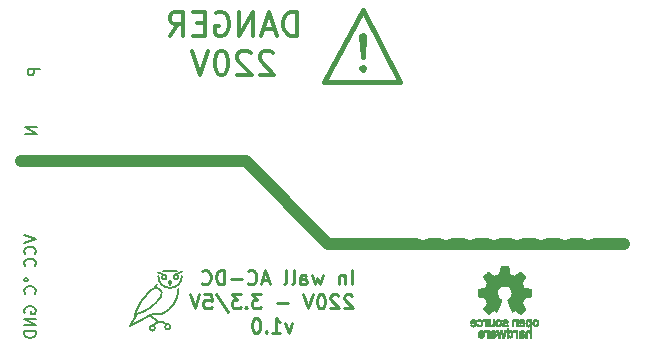
<source format=gbr>
%TF.GenerationSoftware,KiCad,Pcbnew,5.1.2-f72e74a~84~ubuntu18.04.1*%
%TF.CreationDate,2019-07-23T18:37:18+02:00*%
%TF.ProjectId,InWall-ACDC,496e5761-6c6c-42d4-9143-44432e6b6963,1.0*%
%TF.SameCoordinates,Original*%
%TF.FileFunction,Legend,Bot*%
%TF.FilePolarity,Positive*%
%FSLAX46Y46*%
G04 Gerber Fmt 4.6, Leading zero omitted, Abs format (unit mm)*
G04 Created by KiCad (PCBNEW 5.1.2-f72e74a~84~ubuntu18.04.1) date 2019-07-23 18:37:18*
%MOMM*%
%LPD*%
G04 APERTURE LIST*
%ADD10C,0.150000*%
%ADD11C,0.240000*%
%ADD12C,0.450000*%
%ADD13C,1.000000*%
%ADD14C,0.300000*%
%ADD15C,0.200000*%
%ADD16C,0.010000*%
%ADD17C,1.400000*%
%ADD18C,3.100000*%
%ADD19C,2.000000*%
%ADD20R,2.000000X2.000000*%
%ADD21C,2.700000*%
%ADD22R,2.400000X2.700000*%
%ADD23R,1.900000X1.450000*%
%ADD24O,1.900000X1.450000*%
%ADD25O,2.000000X2.000000*%
%ADD26O,2.350000X2.100000*%
%ADD27C,0.100000*%
%ADD28C,2.100000*%
%ADD29C,2.200000*%
%ADD30C,3.400000*%
%ADD31R,3.400000X3.400000*%
G04 APERTURE END LIST*
D10*
X163352380Y-66114285D02*
X162352380Y-66114285D01*
X163352380Y-66685714D01*
X162352380Y-66685714D01*
X163552380Y-61138095D02*
X162552380Y-61138095D01*
X162552380Y-61519047D01*
X162600000Y-61614285D01*
X162647619Y-61661904D01*
X162742857Y-61709523D01*
X162885714Y-61709523D01*
X162980952Y-61661904D01*
X163028571Y-61614285D01*
X163076190Y-61519047D01*
X163076190Y-61138095D01*
X162252380Y-79000000D02*
X162300000Y-78904761D01*
X162395238Y-78857142D01*
X162490476Y-78904761D01*
X162538095Y-79000000D01*
X162490476Y-79095238D01*
X162395238Y-79142857D01*
X162300000Y-79095238D01*
X162252380Y-79000000D01*
X163157142Y-80190476D02*
X163204761Y-80142857D01*
X163252380Y-80000000D01*
X163252380Y-79904761D01*
X163204761Y-79761904D01*
X163109523Y-79666666D01*
X163014285Y-79619047D01*
X162823809Y-79571428D01*
X162680952Y-79571428D01*
X162490476Y-79619047D01*
X162395238Y-79666666D01*
X162300000Y-79761904D01*
X162252380Y-79904761D01*
X162252380Y-80000000D01*
X162300000Y-80142857D01*
X162347619Y-80190476D01*
X162252380Y-75266666D02*
X163252380Y-75600000D01*
X162252380Y-75933333D01*
X163157142Y-76838095D02*
X163204761Y-76790476D01*
X163252380Y-76647619D01*
X163252380Y-76552380D01*
X163204761Y-76409523D01*
X163109523Y-76314285D01*
X163014285Y-76266666D01*
X162823809Y-76219047D01*
X162680952Y-76219047D01*
X162490476Y-76266666D01*
X162395238Y-76314285D01*
X162300000Y-76409523D01*
X162252380Y-76552380D01*
X162252380Y-76647619D01*
X162300000Y-76790476D01*
X162347619Y-76838095D01*
X163157142Y-77838095D02*
X163204761Y-77790476D01*
X163252380Y-77647619D01*
X163252380Y-77552380D01*
X163204761Y-77409523D01*
X163109523Y-77314285D01*
X163014285Y-77266666D01*
X162823809Y-77219047D01*
X162680952Y-77219047D01*
X162490476Y-77266666D01*
X162395238Y-77314285D01*
X162300000Y-77409523D01*
X162252380Y-77552380D01*
X162252380Y-77647619D01*
X162300000Y-77790476D01*
X162347619Y-77838095D01*
X162300000Y-81838095D02*
X162252380Y-81742857D01*
X162252380Y-81600000D01*
X162300000Y-81457142D01*
X162395238Y-81361904D01*
X162490476Y-81314285D01*
X162680952Y-81266666D01*
X162823809Y-81266666D01*
X163014285Y-81314285D01*
X163109523Y-81361904D01*
X163204761Y-81457142D01*
X163252380Y-81600000D01*
X163252380Y-81695238D01*
X163204761Y-81838095D01*
X163157142Y-81885714D01*
X162823809Y-81885714D01*
X162823809Y-81695238D01*
X163252380Y-82314285D02*
X162252380Y-82314285D01*
X163252380Y-82885714D01*
X162252380Y-82885714D01*
X163252380Y-83361904D02*
X162252380Y-83361904D01*
X162252380Y-83600000D01*
X162300000Y-83742857D01*
X162395238Y-83838095D01*
X162490476Y-83885714D01*
X162680952Y-83933333D01*
X162823809Y-83933333D01*
X163014285Y-83885714D01*
X163109523Y-83838095D01*
X163204761Y-83742857D01*
X163252380Y-83600000D01*
X163252380Y-83361904D01*
D11*
X189971428Y-79402857D02*
X189971428Y-78202857D01*
X189400000Y-78602857D02*
X189400000Y-79402857D01*
X189400000Y-78717142D02*
X189342857Y-78660000D01*
X189228571Y-78602857D01*
X189057142Y-78602857D01*
X188942857Y-78660000D01*
X188885714Y-78774285D01*
X188885714Y-79402857D01*
X187514285Y-78602857D02*
X187285714Y-79402857D01*
X187057142Y-78831428D01*
X186828571Y-79402857D01*
X186600000Y-78602857D01*
X185628571Y-79402857D02*
X185628571Y-78774285D01*
X185685714Y-78660000D01*
X185800000Y-78602857D01*
X186028571Y-78602857D01*
X186142857Y-78660000D01*
X185628571Y-79345714D02*
X185742857Y-79402857D01*
X186028571Y-79402857D01*
X186142857Y-79345714D01*
X186200000Y-79231428D01*
X186200000Y-79117142D01*
X186142857Y-79002857D01*
X186028571Y-78945714D01*
X185742857Y-78945714D01*
X185628571Y-78888571D01*
X184885714Y-79402857D02*
X185000000Y-79345714D01*
X185057142Y-79231428D01*
X185057142Y-78202857D01*
X184257142Y-79402857D02*
X184371428Y-79345714D01*
X184428571Y-79231428D01*
X184428571Y-78202857D01*
X182942857Y-79060000D02*
X182371428Y-79060000D01*
X183057142Y-79402857D02*
X182657142Y-78202857D01*
X182257142Y-79402857D01*
X181171428Y-79288571D02*
X181228571Y-79345714D01*
X181400000Y-79402857D01*
X181514285Y-79402857D01*
X181685714Y-79345714D01*
X181800000Y-79231428D01*
X181857142Y-79117142D01*
X181914285Y-78888571D01*
X181914285Y-78717142D01*
X181857142Y-78488571D01*
X181800000Y-78374285D01*
X181685714Y-78260000D01*
X181514285Y-78202857D01*
X181400000Y-78202857D01*
X181228571Y-78260000D01*
X181171428Y-78317142D01*
X180657142Y-78945714D02*
X179742857Y-78945714D01*
X179171428Y-79402857D02*
X179171428Y-78202857D01*
X178885714Y-78202857D01*
X178714285Y-78260000D01*
X178600000Y-78374285D01*
X178542857Y-78488571D01*
X178485714Y-78717142D01*
X178485714Y-78888571D01*
X178542857Y-79117142D01*
X178600000Y-79231428D01*
X178714285Y-79345714D01*
X178885714Y-79402857D01*
X179171428Y-79402857D01*
X177285714Y-79288571D02*
X177342857Y-79345714D01*
X177514285Y-79402857D01*
X177628571Y-79402857D01*
X177800000Y-79345714D01*
X177914285Y-79231428D01*
X177971428Y-79117142D01*
X178028571Y-78888571D01*
X178028571Y-78717142D01*
X177971428Y-78488571D01*
X177914285Y-78374285D01*
X177800000Y-78260000D01*
X177628571Y-78202857D01*
X177514285Y-78202857D01*
X177342857Y-78260000D01*
X177285714Y-78317142D01*
X190000000Y-80357142D02*
X189942857Y-80300000D01*
X189828571Y-80242857D01*
X189542857Y-80242857D01*
X189428571Y-80300000D01*
X189371428Y-80357142D01*
X189314285Y-80471428D01*
X189314285Y-80585714D01*
X189371428Y-80757142D01*
X190057142Y-81442857D01*
X189314285Y-81442857D01*
X188857142Y-80357142D02*
X188800000Y-80300000D01*
X188685714Y-80242857D01*
X188400000Y-80242857D01*
X188285714Y-80300000D01*
X188228571Y-80357142D01*
X188171428Y-80471428D01*
X188171428Y-80585714D01*
X188228571Y-80757142D01*
X188914285Y-81442857D01*
X188171428Y-81442857D01*
X187428571Y-80242857D02*
X187314285Y-80242857D01*
X187200000Y-80300000D01*
X187142857Y-80357142D01*
X187085714Y-80471428D01*
X187028571Y-80700000D01*
X187028571Y-80985714D01*
X187085714Y-81214285D01*
X187142857Y-81328571D01*
X187200000Y-81385714D01*
X187314285Y-81442857D01*
X187428571Y-81442857D01*
X187542857Y-81385714D01*
X187600000Y-81328571D01*
X187657142Y-81214285D01*
X187714285Y-80985714D01*
X187714285Y-80700000D01*
X187657142Y-80471428D01*
X187600000Y-80357142D01*
X187542857Y-80300000D01*
X187428571Y-80242857D01*
X186685714Y-80242857D02*
X186285714Y-81442857D01*
X185885714Y-80242857D01*
X184571428Y-80985714D02*
X183657142Y-80985714D01*
X182285714Y-80242857D02*
X181542857Y-80242857D01*
X181942857Y-80700000D01*
X181771428Y-80700000D01*
X181657142Y-80757142D01*
X181600000Y-80814285D01*
X181542857Y-80928571D01*
X181542857Y-81214285D01*
X181600000Y-81328571D01*
X181657142Y-81385714D01*
X181771428Y-81442857D01*
X182114285Y-81442857D01*
X182228571Y-81385714D01*
X182285714Y-81328571D01*
X181028571Y-81328571D02*
X180971428Y-81385714D01*
X181028571Y-81442857D01*
X181085714Y-81385714D01*
X181028571Y-81328571D01*
X181028571Y-81442857D01*
X180571428Y-80242857D02*
X179828571Y-80242857D01*
X180228571Y-80700000D01*
X180057142Y-80700000D01*
X179942857Y-80757142D01*
X179885714Y-80814285D01*
X179828571Y-80928571D01*
X179828571Y-81214285D01*
X179885714Y-81328571D01*
X179942857Y-81385714D01*
X180057142Y-81442857D01*
X180400000Y-81442857D01*
X180514285Y-81385714D01*
X180571428Y-81328571D01*
X178457142Y-80185714D02*
X179485714Y-81728571D01*
X177485714Y-80242857D02*
X178057142Y-80242857D01*
X178114285Y-80814285D01*
X178057142Y-80757142D01*
X177942857Y-80700000D01*
X177657142Y-80700000D01*
X177542857Y-80757142D01*
X177485714Y-80814285D01*
X177428571Y-80928571D01*
X177428571Y-81214285D01*
X177485714Y-81328571D01*
X177542857Y-81385714D01*
X177657142Y-81442857D01*
X177942857Y-81442857D01*
X178057142Y-81385714D01*
X178114285Y-81328571D01*
X177085714Y-80242857D02*
X176685714Y-81442857D01*
X176285714Y-80242857D01*
X184914285Y-82682857D02*
X184628571Y-83482857D01*
X184342857Y-82682857D01*
X183257142Y-83482857D02*
X183942857Y-83482857D01*
X183600000Y-83482857D02*
X183600000Y-82282857D01*
X183714285Y-82454285D01*
X183828571Y-82568571D01*
X183942857Y-82625714D01*
X182742857Y-83368571D02*
X182685714Y-83425714D01*
X182742857Y-83482857D01*
X182800000Y-83425714D01*
X182742857Y-83368571D01*
X182742857Y-83482857D01*
X181942857Y-82282857D02*
X181828571Y-82282857D01*
X181714285Y-82340000D01*
X181657142Y-82397142D01*
X181600000Y-82511428D01*
X181542857Y-82740000D01*
X181542857Y-83025714D01*
X181600000Y-83254285D01*
X181657142Y-83368571D01*
X181714285Y-83425714D01*
X181828571Y-83482857D01*
X181942857Y-83482857D01*
X182057142Y-83425714D01*
X182114285Y-83368571D01*
X182171428Y-83254285D01*
X182228571Y-83025714D01*
X182228571Y-82740000D01*
X182171428Y-82511428D01*
X182114285Y-82397142D01*
X182057142Y-82340000D01*
X181942857Y-82282857D01*
D12*
X194100000Y-62300000D02*
X190900000Y-56200000D01*
X187600000Y-62300000D02*
X194100000Y-62300000D01*
X190900000Y-56200000D02*
X187600000Y-62300000D01*
X190900000Y-60971428D02*
X190757142Y-61114285D01*
X190900000Y-61257142D01*
X191042857Y-61114285D01*
X190900000Y-60971428D01*
X190900000Y-61257142D01*
X190900000Y-60114285D02*
X191042857Y-58400000D01*
X190900000Y-58257142D01*
X190757142Y-58400000D01*
X190900000Y-60114285D01*
X190900000Y-58257142D01*
D13*
X188000000Y-76000000D02*
X213000000Y-76000000D01*
X181000000Y-69000000D02*
X188000000Y-76000000D01*
X162000000Y-69000000D02*
X181000000Y-69000000D01*
D14*
X185333333Y-58354761D02*
X185333333Y-56354761D01*
X184857142Y-56354761D01*
X184571428Y-56450000D01*
X184380952Y-56640476D01*
X184285714Y-56830952D01*
X184190476Y-57211904D01*
X184190476Y-57497619D01*
X184285714Y-57878571D01*
X184380952Y-58069047D01*
X184571428Y-58259523D01*
X184857142Y-58354761D01*
X185333333Y-58354761D01*
X183428571Y-57783333D02*
X182476190Y-57783333D01*
X183619047Y-58354761D02*
X182952380Y-56354761D01*
X182285714Y-58354761D01*
X181619047Y-58354761D02*
X181619047Y-56354761D01*
X180476190Y-58354761D01*
X180476190Y-56354761D01*
X178476190Y-56450000D02*
X178666666Y-56354761D01*
X178952380Y-56354761D01*
X179238095Y-56450000D01*
X179428571Y-56640476D01*
X179523809Y-56830952D01*
X179619047Y-57211904D01*
X179619047Y-57497619D01*
X179523809Y-57878571D01*
X179428571Y-58069047D01*
X179238095Y-58259523D01*
X178952380Y-58354761D01*
X178761904Y-58354761D01*
X178476190Y-58259523D01*
X178380952Y-58164285D01*
X178380952Y-57497619D01*
X178761904Y-57497619D01*
X177523809Y-57307142D02*
X176857142Y-57307142D01*
X176571428Y-58354761D02*
X177523809Y-58354761D01*
X177523809Y-56354761D01*
X176571428Y-56354761D01*
X174571428Y-58354761D02*
X175238095Y-57402380D01*
X175714285Y-58354761D02*
X175714285Y-56354761D01*
X174952380Y-56354761D01*
X174761904Y-56450000D01*
X174666666Y-56545238D01*
X174571428Y-56735714D01*
X174571428Y-57021428D01*
X174666666Y-57211904D01*
X174761904Y-57307142D01*
X174952380Y-57402380D01*
X175714285Y-57402380D01*
X183333333Y-59845238D02*
X183238095Y-59750000D01*
X183047619Y-59654761D01*
X182571428Y-59654761D01*
X182380952Y-59750000D01*
X182285714Y-59845238D01*
X182190476Y-60035714D01*
X182190476Y-60226190D01*
X182285714Y-60511904D01*
X183428571Y-61654761D01*
X182190476Y-61654761D01*
X181428571Y-59845238D02*
X181333333Y-59750000D01*
X181142857Y-59654761D01*
X180666666Y-59654761D01*
X180476190Y-59750000D01*
X180380952Y-59845238D01*
X180285714Y-60035714D01*
X180285714Y-60226190D01*
X180380952Y-60511904D01*
X181523809Y-61654761D01*
X180285714Y-61654761D01*
X179047619Y-59654761D02*
X178857142Y-59654761D01*
X178666666Y-59750000D01*
X178571428Y-59845238D01*
X178476190Y-60035714D01*
X178380952Y-60416666D01*
X178380952Y-60892857D01*
X178476190Y-61273809D01*
X178571428Y-61464285D01*
X178666666Y-61559523D01*
X178857142Y-61654761D01*
X179047619Y-61654761D01*
X179238095Y-61559523D01*
X179333333Y-61464285D01*
X179428571Y-61273809D01*
X179523809Y-60892857D01*
X179523809Y-60416666D01*
X179428571Y-60035714D01*
X179333333Y-59845238D01*
X179238095Y-59750000D01*
X179047619Y-59654761D01*
X177809523Y-59654761D02*
X177142857Y-61654761D01*
X176476190Y-59654761D01*
D15*
X173100000Y-79800000D02*
X172872159Y-79971385D01*
X172872159Y-79971385D02*
G75*
G03X171593510Y-81970794I3627841J-3728615D01*
G01*
X171200000Y-82900000D02*
X171800000Y-81900000D01*
X172613350Y-82146550D02*
X171200000Y-82900000D01*
X173847350Y-80423334D02*
G75*
G03X173100000Y-79800000I-447350J223334D01*
G01*
X173323607Y-83100000D02*
G75*
G03X173323607Y-83100000I-223607J0D01*
G01*
X175608717Y-78331962D02*
G75*
G03X175000000Y-78600000I591283J-2168038D01*
G01*
X174308020Y-78687606D02*
G75*
G03X173600000Y-78400000I-1108020J-1712394D01*
G01*
X173341674Y-79635923D02*
G75*
G03X173499999Y-79399999I-841674J735923D01*
G01*
X173600000Y-82600000D02*
X172900000Y-82000000D01*
X174623607Y-83000000D02*
G75*
G03X174623607Y-83000000I-223607J0D01*
G01*
X174300000Y-82800000D02*
G75*
G03X173190189Y-82909991I-509812J-509990D01*
G01*
X171593509Y-81970794D02*
G75*
G03X173847350Y-80423334I-793509J3570794D01*
G01*
X173900000Y-81900000D02*
G75*
G03X172613350Y-82146550I-377419J-1510934D01*
G01*
X173917123Y-81909238D02*
G75*
G03X175300000Y-79800000I-917123J2109238D01*
G01*
X175300000Y-78800000D02*
G75*
G03X175300000Y-78800000I-200000J0D01*
G01*
X174300000Y-78800000D02*
G75*
G03X174300000Y-78800000I-200000J0D01*
G01*
X174500000Y-79200000D02*
X174600000Y-79000000D01*
X174600000Y-79500000D02*
X174500000Y-79200000D01*
X174700000Y-79200000D02*
X174600000Y-79500000D01*
X174600000Y-79000000D02*
X174700000Y-79200000D01*
X175200000Y-78299899D02*
G75*
G03X174000559Y-78300000I-599442J-3300100D01*
G01*
X173600000Y-78700000D02*
G75*
G03X175600000Y-78700000I1000000J0D01*
G01*
D16*
G36*
X202523036Y-78190018D02*
G01*
X202466188Y-78491570D01*
X202046662Y-78664512D01*
X201795016Y-78493395D01*
X201724542Y-78445750D01*
X201660837Y-78403210D01*
X201606874Y-78367715D01*
X201565627Y-78341210D01*
X201540066Y-78325636D01*
X201533105Y-78322278D01*
X201520565Y-78330914D01*
X201493769Y-78354792D01*
X201455720Y-78390859D01*
X201409421Y-78436067D01*
X201357877Y-78487364D01*
X201304091Y-78541701D01*
X201251065Y-78596028D01*
X201201805Y-78647295D01*
X201159313Y-78692451D01*
X201126593Y-78728446D01*
X201106649Y-78752230D01*
X201101881Y-78760190D01*
X201108743Y-78774865D01*
X201127980Y-78807014D01*
X201157570Y-78853492D01*
X201195490Y-78911156D01*
X201239718Y-78976860D01*
X201265346Y-79014336D01*
X201312059Y-79082768D01*
X201353568Y-79144520D01*
X201387860Y-79196519D01*
X201412920Y-79235692D01*
X201426736Y-79258965D01*
X201428812Y-79263855D01*
X201424105Y-79277755D01*
X201411277Y-79310150D01*
X201392262Y-79356485D01*
X201368997Y-79412206D01*
X201343416Y-79472758D01*
X201317455Y-79533586D01*
X201293050Y-79590136D01*
X201272137Y-79637852D01*
X201256651Y-79672181D01*
X201248528Y-79688568D01*
X201248048Y-79689212D01*
X201235293Y-79692341D01*
X201201323Y-79699321D01*
X201149660Y-79709467D01*
X201083824Y-79722092D01*
X201007336Y-79736509D01*
X200962710Y-79744823D01*
X200880979Y-79760384D01*
X200807157Y-79775192D01*
X200744979Y-79788436D01*
X200698178Y-79799305D01*
X200670491Y-79806989D01*
X200664926Y-79809427D01*
X200659474Y-79825930D01*
X200655076Y-79863200D01*
X200651728Y-79916880D01*
X200649426Y-79982612D01*
X200648168Y-80056037D01*
X200647952Y-80132796D01*
X200648773Y-80208532D01*
X200650629Y-80278886D01*
X200653518Y-80339500D01*
X200657435Y-80386016D01*
X200662378Y-80414075D01*
X200665343Y-80419916D01*
X200683066Y-80426917D01*
X200720619Y-80436927D01*
X200773036Y-80448769D01*
X200835348Y-80461267D01*
X200857100Y-80465310D01*
X200961976Y-80484520D01*
X201044820Y-80499991D01*
X201108370Y-80512337D01*
X201155363Y-80522173D01*
X201188537Y-80530114D01*
X201210629Y-80536776D01*
X201224376Y-80542773D01*
X201232516Y-80548719D01*
X201233655Y-80549894D01*
X201245023Y-80568826D01*
X201262365Y-80605669D01*
X201283950Y-80655913D01*
X201308046Y-80715046D01*
X201332921Y-80778556D01*
X201356843Y-80841932D01*
X201378081Y-80900662D01*
X201394903Y-80950235D01*
X201405578Y-80986139D01*
X201408373Y-81003862D01*
X201408140Y-81004483D01*
X201398669Y-81018970D01*
X201377182Y-81050844D01*
X201345937Y-81096789D01*
X201307193Y-81153485D01*
X201263207Y-81217617D01*
X201250681Y-81235842D01*
X201206016Y-81301914D01*
X201166712Y-81362200D01*
X201134912Y-81413235D01*
X201112755Y-81451560D01*
X201102383Y-81473711D01*
X201101881Y-81476432D01*
X201110595Y-81490736D01*
X201134675Y-81519072D01*
X201171024Y-81558396D01*
X201216547Y-81605661D01*
X201268148Y-81657823D01*
X201322733Y-81711835D01*
X201377206Y-81764653D01*
X201428471Y-81813231D01*
X201473433Y-81854523D01*
X201508996Y-81885485D01*
X201532065Y-81903070D01*
X201538446Y-81905941D01*
X201553301Y-81899178D01*
X201583714Y-81880939D01*
X201624732Y-81854297D01*
X201656291Y-81832852D01*
X201713475Y-81793503D01*
X201781194Y-81747171D01*
X201849120Y-81700913D01*
X201885639Y-81676155D01*
X202009248Y-81592547D01*
X202113009Y-81648650D01*
X202160280Y-81673228D01*
X202200477Y-81692331D01*
X202227674Y-81703227D01*
X202234598Y-81704743D01*
X202242923Y-81693549D01*
X202259346Y-81661917D01*
X202282643Y-81612765D01*
X202311586Y-81549010D01*
X202344950Y-81473571D01*
X202381509Y-81389364D01*
X202420036Y-81299308D01*
X202459306Y-81206321D01*
X202498092Y-81113320D01*
X202535170Y-81023223D01*
X202569311Y-80938948D01*
X202599292Y-80863413D01*
X202623884Y-80799534D01*
X202641864Y-80750231D01*
X202652003Y-80718421D01*
X202653634Y-80707496D01*
X202640709Y-80693561D01*
X202612411Y-80670940D01*
X202574654Y-80644333D01*
X202571485Y-80642228D01*
X202473900Y-80564114D01*
X202395214Y-80472982D01*
X202336109Y-80371745D01*
X202297268Y-80263318D01*
X202279372Y-80150614D01*
X202283103Y-80036548D01*
X202309143Y-79924034D01*
X202358175Y-79815985D01*
X202372600Y-79792345D01*
X202447631Y-79696887D01*
X202536270Y-79620232D01*
X202635451Y-79562780D01*
X202742105Y-79524929D01*
X202853164Y-79507078D01*
X202965561Y-79509625D01*
X203076227Y-79532970D01*
X203182094Y-79577510D01*
X203280095Y-79643645D01*
X203310410Y-79670487D01*
X203387562Y-79754512D01*
X203443782Y-79842966D01*
X203482347Y-79942115D01*
X203503826Y-80040303D01*
X203509128Y-80150697D01*
X203491448Y-80261640D01*
X203452581Y-80369381D01*
X203394323Y-80470169D01*
X203318469Y-80560256D01*
X203226817Y-80635892D01*
X203214772Y-80643864D01*
X203176611Y-80669974D01*
X203147601Y-80692595D01*
X203133732Y-80707039D01*
X203133531Y-80707496D01*
X203136508Y-80723121D01*
X203148311Y-80758582D01*
X203167714Y-80810962D01*
X203193488Y-80877345D01*
X203224409Y-80954814D01*
X203259249Y-81040450D01*
X203296783Y-81131337D01*
X203335783Y-81224559D01*
X203375023Y-81317197D01*
X203413276Y-81406335D01*
X203449317Y-81489055D01*
X203481917Y-81562441D01*
X203509852Y-81623575D01*
X203531895Y-81669541D01*
X203546818Y-81697421D01*
X203552828Y-81704743D01*
X203571191Y-81699041D01*
X203605552Y-81683749D01*
X203649984Y-81661599D01*
X203674417Y-81648650D01*
X203778178Y-81592547D01*
X203901787Y-81676155D01*
X203964886Y-81718987D01*
X204033970Y-81766122D01*
X204098707Y-81810503D01*
X204131134Y-81832852D01*
X204176741Y-81863477D01*
X204215360Y-81887747D01*
X204241952Y-81902587D01*
X204250590Y-81905724D01*
X204263161Y-81897261D01*
X204290984Y-81873636D01*
X204331361Y-81837302D01*
X204381595Y-81790711D01*
X204438988Y-81736317D01*
X204475286Y-81701392D01*
X204538790Y-81638996D01*
X204593673Y-81583188D01*
X204637714Y-81536354D01*
X204668695Y-81500882D01*
X204684398Y-81479161D01*
X204685905Y-81474752D01*
X204678914Y-81457985D01*
X204659594Y-81424082D01*
X204630091Y-81376476D01*
X204592545Y-81318599D01*
X204549100Y-81253884D01*
X204536745Y-81235842D01*
X204491727Y-81170267D01*
X204451340Y-81111228D01*
X204417840Y-81062042D01*
X204393486Y-81026028D01*
X204380536Y-81006502D01*
X204379285Y-81004483D01*
X204381156Y-80988922D01*
X204391087Y-80954709D01*
X204407347Y-80906355D01*
X204428205Y-80848371D01*
X204451927Y-80785270D01*
X204476784Y-80721563D01*
X204501042Y-80661761D01*
X204522971Y-80610376D01*
X204540838Y-80571919D01*
X204552913Y-80550902D01*
X204553771Y-80549894D01*
X204561154Y-80543888D01*
X204573625Y-80537948D01*
X204593920Y-80531460D01*
X204624778Y-80523809D01*
X204668934Y-80514380D01*
X204729126Y-80502559D01*
X204808093Y-80487729D01*
X204908570Y-80469277D01*
X204930325Y-80465310D01*
X204994802Y-80452853D01*
X205051011Y-80440666D01*
X205093987Y-80429926D01*
X205118760Y-80421809D01*
X205122082Y-80419916D01*
X205127556Y-80403138D01*
X205132006Y-80365645D01*
X205135428Y-80311794D01*
X205137819Y-80245944D01*
X205139177Y-80172453D01*
X205139499Y-80095680D01*
X205138781Y-80019983D01*
X205137021Y-79949720D01*
X205134216Y-79889250D01*
X205130362Y-79842930D01*
X205125457Y-79815119D01*
X205122500Y-79809427D01*
X205106037Y-79803686D01*
X205068551Y-79794345D01*
X205013775Y-79782215D01*
X204945445Y-79768107D01*
X204867294Y-79752830D01*
X204824716Y-79744823D01*
X204743929Y-79729721D01*
X204671887Y-79716040D01*
X204612111Y-79704467D01*
X204568121Y-79695687D01*
X204543439Y-79690387D01*
X204539377Y-79689212D01*
X204532511Y-79675965D01*
X204517998Y-79644057D01*
X204497771Y-79598047D01*
X204473766Y-79542492D01*
X204447918Y-79481953D01*
X204422160Y-79420986D01*
X204398427Y-79364151D01*
X204378654Y-79316006D01*
X204364776Y-79281110D01*
X204358726Y-79264021D01*
X204358614Y-79263274D01*
X204365472Y-79249793D01*
X204384698Y-79218770D01*
X204414272Y-79173289D01*
X204452173Y-79116432D01*
X204496380Y-79051283D01*
X204522079Y-79013862D01*
X204568907Y-78945247D01*
X204610499Y-78882952D01*
X204644825Y-78830129D01*
X204669857Y-78789927D01*
X204683565Y-78765500D01*
X204685544Y-78760024D01*
X204677034Y-78747278D01*
X204653507Y-78720063D01*
X204617968Y-78681428D01*
X204573423Y-78634423D01*
X204522877Y-78582095D01*
X204469336Y-78527495D01*
X204415805Y-78473670D01*
X204365289Y-78423670D01*
X204320794Y-78380543D01*
X204285325Y-78347339D01*
X204261887Y-78327106D01*
X204254046Y-78322278D01*
X204241280Y-78329067D01*
X204210744Y-78348142D01*
X204165410Y-78377561D01*
X204108244Y-78415381D01*
X204042216Y-78459661D01*
X203992410Y-78493395D01*
X203740764Y-78664512D01*
X203531001Y-78578041D01*
X203321237Y-78491570D01*
X203264389Y-78190018D01*
X203207540Y-77888466D01*
X202579885Y-77888466D01*
X202523036Y-78190018D01*
X202523036Y-78190018D01*
G37*
X202523036Y-78190018D02*
X202466188Y-78491570D01*
X202046662Y-78664512D01*
X201795016Y-78493395D01*
X201724542Y-78445750D01*
X201660837Y-78403210D01*
X201606874Y-78367715D01*
X201565627Y-78341210D01*
X201540066Y-78325636D01*
X201533105Y-78322278D01*
X201520565Y-78330914D01*
X201493769Y-78354792D01*
X201455720Y-78390859D01*
X201409421Y-78436067D01*
X201357877Y-78487364D01*
X201304091Y-78541701D01*
X201251065Y-78596028D01*
X201201805Y-78647295D01*
X201159313Y-78692451D01*
X201126593Y-78728446D01*
X201106649Y-78752230D01*
X201101881Y-78760190D01*
X201108743Y-78774865D01*
X201127980Y-78807014D01*
X201157570Y-78853492D01*
X201195490Y-78911156D01*
X201239718Y-78976860D01*
X201265346Y-79014336D01*
X201312059Y-79082768D01*
X201353568Y-79144520D01*
X201387860Y-79196519D01*
X201412920Y-79235692D01*
X201426736Y-79258965D01*
X201428812Y-79263855D01*
X201424105Y-79277755D01*
X201411277Y-79310150D01*
X201392262Y-79356485D01*
X201368997Y-79412206D01*
X201343416Y-79472758D01*
X201317455Y-79533586D01*
X201293050Y-79590136D01*
X201272137Y-79637852D01*
X201256651Y-79672181D01*
X201248528Y-79688568D01*
X201248048Y-79689212D01*
X201235293Y-79692341D01*
X201201323Y-79699321D01*
X201149660Y-79709467D01*
X201083824Y-79722092D01*
X201007336Y-79736509D01*
X200962710Y-79744823D01*
X200880979Y-79760384D01*
X200807157Y-79775192D01*
X200744979Y-79788436D01*
X200698178Y-79799305D01*
X200670491Y-79806989D01*
X200664926Y-79809427D01*
X200659474Y-79825930D01*
X200655076Y-79863200D01*
X200651728Y-79916880D01*
X200649426Y-79982612D01*
X200648168Y-80056037D01*
X200647952Y-80132796D01*
X200648773Y-80208532D01*
X200650629Y-80278886D01*
X200653518Y-80339500D01*
X200657435Y-80386016D01*
X200662378Y-80414075D01*
X200665343Y-80419916D01*
X200683066Y-80426917D01*
X200720619Y-80436927D01*
X200773036Y-80448769D01*
X200835348Y-80461267D01*
X200857100Y-80465310D01*
X200961976Y-80484520D01*
X201044820Y-80499991D01*
X201108370Y-80512337D01*
X201155363Y-80522173D01*
X201188537Y-80530114D01*
X201210629Y-80536776D01*
X201224376Y-80542773D01*
X201232516Y-80548719D01*
X201233655Y-80549894D01*
X201245023Y-80568826D01*
X201262365Y-80605669D01*
X201283950Y-80655913D01*
X201308046Y-80715046D01*
X201332921Y-80778556D01*
X201356843Y-80841932D01*
X201378081Y-80900662D01*
X201394903Y-80950235D01*
X201405578Y-80986139D01*
X201408373Y-81003862D01*
X201408140Y-81004483D01*
X201398669Y-81018970D01*
X201377182Y-81050844D01*
X201345937Y-81096789D01*
X201307193Y-81153485D01*
X201263207Y-81217617D01*
X201250681Y-81235842D01*
X201206016Y-81301914D01*
X201166712Y-81362200D01*
X201134912Y-81413235D01*
X201112755Y-81451560D01*
X201102383Y-81473711D01*
X201101881Y-81476432D01*
X201110595Y-81490736D01*
X201134675Y-81519072D01*
X201171024Y-81558396D01*
X201216547Y-81605661D01*
X201268148Y-81657823D01*
X201322733Y-81711835D01*
X201377206Y-81764653D01*
X201428471Y-81813231D01*
X201473433Y-81854523D01*
X201508996Y-81885485D01*
X201532065Y-81903070D01*
X201538446Y-81905941D01*
X201553301Y-81899178D01*
X201583714Y-81880939D01*
X201624732Y-81854297D01*
X201656291Y-81832852D01*
X201713475Y-81793503D01*
X201781194Y-81747171D01*
X201849120Y-81700913D01*
X201885639Y-81676155D01*
X202009248Y-81592547D01*
X202113009Y-81648650D01*
X202160280Y-81673228D01*
X202200477Y-81692331D01*
X202227674Y-81703227D01*
X202234598Y-81704743D01*
X202242923Y-81693549D01*
X202259346Y-81661917D01*
X202282643Y-81612765D01*
X202311586Y-81549010D01*
X202344950Y-81473571D01*
X202381509Y-81389364D01*
X202420036Y-81299308D01*
X202459306Y-81206321D01*
X202498092Y-81113320D01*
X202535170Y-81023223D01*
X202569311Y-80938948D01*
X202599292Y-80863413D01*
X202623884Y-80799534D01*
X202641864Y-80750231D01*
X202652003Y-80718421D01*
X202653634Y-80707496D01*
X202640709Y-80693561D01*
X202612411Y-80670940D01*
X202574654Y-80644333D01*
X202571485Y-80642228D01*
X202473900Y-80564114D01*
X202395214Y-80472982D01*
X202336109Y-80371745D01*
X202297268Y-80263318D01*
X202279372Y-80150614D01*
X202283103Y-80036548D01*
X202309143Y-79924034D01*
X202358175Y-79815985D01*
X202372600Y-79792345D01*
X202447631Y-79696887D01*
X202536270Y-79620232D01*
X202635451Y-79562780D01*
X202742105Y-79524929D01*
X202853164Y-79507078D01*
X202965561Y-79509625D01*
X203076227Y-79532970D01*
X203182094Y-79577510D01*
X203280095Y-79643645D01*
X203310410Y-79670487D01*
X203387562Y-79754512D01*
X203443782Y-79842966D01*
X203482347Y-79942115D01*
X203503826Y-80040303D01*
X203509128Y-80150697D01*
X203491448Y-80261640D01*
X203452581Y-80369381D01*
X203394323Y-80470169D01*
X203318469Y-80560256D01*
X203226817Y-80635892D01*
X203214772Y-80643864D01*
X203176611Y-80669974D01*
X203147601Y-80692595D01*
X203133732Y-80707039D01*
X203133531Y-80707496D01*
X203136508Y-80723121D01*
X203148311Y-80758582D01*
X203167714Y-80810962D01*
X203193488Y-80877345D01*
X203224409Y-80954814D01*
X203259249Y-81040450D01*
X203296783Y-81131337D01*
X203335783Y-81224559D01*
X203375023Y-81317197D01*
X203413276Y-81406335D01*
X203449317Y-81489055D01*
X203481917Y-81562441D01*
X203509852Y-81623575D01*
X203531895Y-81669541D01*
X203546818Y-81697421D01*
X203552828Y-81704743D01*
X203571191Y-81699041D01*
X203605552Y-81683749D01*
X203649984Y-81661599D01*
X203674417Y-81648650D01*
X203778178Y-81592547D01*
X203901787Y-81676155D01*
X203964886Y-81718987D01*
X204033970Y-81766122D01*
X204098707Y-81810503D01*
X204131134Y-81832852D01*
X204176741Y-81863477D01*
X204215360Y-81887747D01*
X204241952Y-81902587D01*
X204250590Y-81905724D01*
X204263161Y-81897261D01*
X204290984Y-81873636D01*
X204331361Y-81837302D01*
X204381595Y-81790711D01*
X204438988Y-81736317D01*
X204475286Y-81701392D01*
X204538790Y-81638996D01*
X204593673Y-81583188D01*
X204637714Y-81536354D01*
X204668695Y-81500882D01*
X204684398Y-81479161D01*
X204685905Y-81474752D01*
X204678914Y-81457985D01*
X204659594Y-81424082D01*
X204630091Y-81376476D01*
X204592545Y-81318599D01*
X204549100Y-81253884D01*
X204536745Y-81235842D01*
X204491727Y-81170267D01*
X204451340Y-81111228D01*
X204417840Y-81062042D01*
X204393486Y-81026028D01*
X204380536Y-81006502D01*
X204379285Y-81004483D01*
X204381156Y-80988922D01*
X204391087Y-80954709D01*
X204407347Y-80906355D01*
X204428205Y-80848371D01*
X204451927Y-80785270D01*
X204476784Y-80721563D01*
X204501042Y-80661761D01*
X204522971Y-80610376D01*
X204540838Y-80571919D01*
X204552913Y-80550902D01*
X204553771Y-80549894D01*
X204561154Y-80543888D01*
X204573625Y-80537948D01*
X204593920Y-80531460D01*
X204624778Y-80523809D01*
X204668934Y-80514380D01*
X204729126Y-80502559D01*
X204808093Y-80487729D01*
X204908570Y-80469277D01*
X204930325Y-80465310D01*
X204994802Y-80452853D01*
X205051011Y-80440666D01*
X205093987Y-80429926D01*
X205118760Y-80421809D01*
X205122082Y-80419916D01*
X205127556Y-80403138D01*
X205132006Y-80365645D01*
X205135428Y-80311794D01*
X205137819Y-80245944D01*
X205139177Y-80172453D01*
X205139499Y-80095680D01*
X205138781Y-80019983D01*
X205137021Y-79949720D01*
X205134216Y-79889250D01*
X205130362Y-79842930D01*
X205125457Y-79815119D01*
X205122500Y-79809427D01*
X205106037Y-79803686D01*
X205068551Y-79794345D01*
X205013775Y-79782215D01*
X204945445Y-79768107D01*
X204867294Y-79752830D01*
X204824716Y-79744823D01*
X204743929Y-79729721D01*
X204671887Y-79716040D01*
X204612111Y-79704467D01*
X204568121Y-79695687D01*
X204543439Y-79690387D01*
X204539377Y-79689212D01*
X204532511Y-79675965D01*
X204517998Y-79644057D01*
X204497771Y-79598047D01*
X204473766Y-79542492D01*
X204447918Y-79481953D01*
X204422160Y-79420986D01*
X204398427Y-79364151D01*
X204378654Y-79316006D01*
X204364776Y-79281110D01*
X204358726Y-79264021D01*
X204358614Y-79263274D01*
X204365472Y-79249793D01*
X204384698Y-79218770D01*
X204414272Y-79173289D01*
X204452173Y-79116432D01*
X204496380Y-79051283D01*
X204522079Y-79013862D01*
X204568907Y-78945247D01*
X204610499Y-78882952D01*
X204644825Y-78830129D01*
X204669857Y-78789927D01*
X204683565Y-78765500D01*
X204685544Y-78760024D01*
X204677034Y-78747278D01*
X204653507Y-78720063D01*
X204617968Y-78681428D01*
X204573423Y-78634423D01*
X204522877Y-78582095D01*
X204469336Y-78527495D01*
X204415805Y-78473670D01*
X204365289Y-78423670D01*
X204320794Y-78380543D01*
X204285325Y-78347339D01*
X204261887Y-78327106D01*
X204254046Y-78322278D01*
X204241280Y-78329067D01*
X204210744Y-78348142D01*
X204165410Y-78377561D01*
X204108244Y-78415381D01*
X204042216Y-78459661D01*
X203992410Y-78493395D01*
X203740764Y-78664512D01*
X203531001Y-78578041D01*
X203321237Y-78491570D01*
X203264389Y-78190018D01*
X203207540Y-77888466D01*
X202579885Y-77888466D01*
X202523036Y-78190018D01*
G36*
X201100540Y-82358030D02*
G01*
X201057289Y-82371245D01*
X201029442Y-82387941D01*
X201020371Y-82401145D01*
X201022868Y-82416797D01*
X201039069Y-82441385D01*
X201052768Y-82458800D01*
X201081008Y-82490283D01*
X201102225Y-82503529D01*
X201120312Y-82502664D01*
X201173965Y-82489010D01*
X201213370Y-82489630D01*
X201245368Y-82505104D01*
X201256110Y-82514161D01*
X201290495Y-82546027D01*
X201290495Y-82962179D01*
X201428812Y-82962179D01*
X201428812Y-82358614D01*
X201359653Y-82358614D01*
X201318131Y-82360256D01*
X201296709Y-82366087D01*
X201290498Y-82377461D01*
X201290495Y-82377798D01*
X201287561Y-82389713D01*
X201274296Y-82388159D01*
X201255916Y-82379563D01*
X201217954Y-82363568D01*
X201187128Y-82353945D01*
X201147464Y-82351478D01*
X201100540Y-82358030D01*
X201100540Y-82358030D01*
G37*
X201100540Y-82358030D02*
X201057289Y-82371245D01*
X201029442Y-82387941D01*
X201020371Y-82401145D01*
X201022868Y-82416797D01*
X201039069Y-82441385D01*
X201052768Y-82458800D01*
X201081008Y-82490283D01*
X201102225Y-82503529D01*
X201120312Y-82502664D01*
X201173965Y-82489010D01*
X201213370Y-82489630D01*
X201245368Y-82505104D01*
X201256110Y-82514161D01*
X201290495Y-82546027D01*
X201290495Y-82962179D01*
X201428812Y-82962179D01*
X201428812Y-82358614D01*
X201359653Y-82358614D01*
X201318131Y-82360256D01*
X201296709Y-82366087D01*
X201290498Y-82377461D01*
X201290495Y-82377798D01*
X201287561Y-82389713D01*
X201274296Y-82388159D01*
X201255916Y-82379563D01*
X201217954Y-82363568D01*
X201187128Y-82353945D01*
X201147464Y-82351478D01*
X201100540Y-82358030D01*
G36*
X203654012Y-82369002D02*
G01*
X203622717Y-82383950D01*
X203592409Y-82405541D01*
X203569318Y-82430391D01*
X203552500Y-82462087D01*
X203541006Y-82504214D01*
X203533891Y-82560358D01*
X203530207Y-82634106D01*
X203529008Y-82729044D01*
X203528989Y-82738985D01*
X203528713Y-82962179D01*
X203667030Y-82962179D01*
X203667030Y-82756418D01*
X203667128Y-82680189D01*
X203667809Y-82624939D01*
X203669651Y-82586501D01*
X203673233Y-82560706D01*
X203679132Y-82543384D01*
X203687927Y-82530368D01*
X203700180Y-82517507D01*
X203743047Y-82489873D01*
X203789843Y-82484745D01*
X203834424Y-82502217D01*
X203849928Y-82515221D01*
X203861310Y-82527447D01*
X203869481Y-82540540D01*
X203874974Y-82558615D01*
X203878320Y-82585787D01*
X203880051Y-82626170D01*
X203880697Y-82683879D01*
X203880792Y-82754132D01*
X203880792Y-82962179D01*
X204019109Y-82962179D01*
X204019109Y-82358614D01*
X203949950Y-82358614D01*
X203908428Y-82360256D01*
X203887006Y-82366087D01*
X203880795Y-82377461D01*
X203880792Y-82377798D01*
X203877910Y-82388938D01*
X203865199Y-82387674D01*
X203839926Y-82375434D01*
X203782605Y-82357424D01*
X203717037Y-82355421D01*
X203654012Y-82369002D01*
X203654012Y-82369002D01*
G37*
X203654012Y-82369002D02*
X203622717Y-82383950D01*
X203592409Y-82405541D01*
X203569318Y-82430391D01*
X203552500Y-82462087D01*
X203541006Y-82504214D01*
X203533891Y-82560358D01*
X203530207Y-82634106D01*
X203529008Y-82729044D01*
X203528989Y-82738985D01*
X203528713Y-82962179D01*
X203667030Y-82962179D01*
X203667030Y-82756418D01*
X203667128Y-82680189D01*
X203667809Y-82624939D01*
X203669651Y-82586501D01*
X203673233Y-82560706D01*
X203679132Y-82543384D01*
X203687927Y-82530368D01*
X203700180Y-82517507D01*
X203743047Y-82489873D01*
X203789843Y-82484745D01*
X203834424Y-82502217D01*
X203849928Y-82515221D01*
X203861310Y-82527447D01*
X203869481Y-82540540D01*
X203874974Y-82558615D01*
X203878320Y-82585787D01*
X203880051Y-82626170D01*
X203880697Y-82683879D01*
X203880792Y-82754132D01*
X203880792Y-82962179D01*
X204019109Y-82962179D01*
X204019109Y-82358614D01*
X203949950Y-82358614D01*
X203908428Y-82360256D01*
X203887006Y-82366087D01*
X203880795Y-82377461D01*
X203880792Y-82377798D01*
X203877910Y-82388938D01*
X203865199Y-82387674D01*
X203839926Y-82375434D01*
X203782605Y-82357424D01*
X203717037Y-82355421D01*
X203654012Y-82369002D01*
G36*
X200222102Y-82356457D02*
G01*
X200189904Y-82364279D01*
X200128175Y-82392921D01*
X200075390Y-82436667D01*
X200038859Y-82489117D01*
X200033840Y-82500893D01*
X200026955Y-82531740D01*
X200022136Y-82577371D01*
X200020495Y-82623492D01*
X200020495Y-82710693D01*
X200202822Y-82710693D01*
X200278021Y-82710978D01*
X200330997Y-82712704D01*
X200364675Y-82717181D01*
X200381980Y-82725720D01*
X200385837Y-82739630D01*
X200379171Y-82760222D01*
X200367230Y-82784315D01*
X200333920Y-82824525D01*
X200287632Y-82844558D01*
X200231056Y-82843905D01*
X200166969Y-82822101D01*
X200111583Y-82795193D01*
X200065625Y-82831532D01*
X200019667Y-82867872D01*
X200062904Y-82907819D01*
X200120626Y-82945563D01*
X200191614Y-82968320D01*
X200267971Y-82974688D01*
X200341801Y-82963268D01*
X200353713Y-82959393D01*
X200418601Y-82925506D01*
X200466870Y-82874986D01*
X200499535Y-82806325D01*
X200517615Y-82718014D01*
X200517825Y-82716121D01*
X200519444Y-82619878D01*
X200512900Y-82585542D01*
X200385148Y-82585542D01*
X200373416Y-82590822D01*
X200341562Y-82594867D01*
X200294603Y-82597176D01*
X200264846Y-82597525D01*
X200209352Y-82597306D01*
X200174654Y-82595916D01*
X200156399Y-82592251D01*
X200150234Y-82585210D01*
X200151805Y-82573690D01*
X200153122Y-82569233D01*
X200175618Y-82527355D01*
X200210997Y-82493604D01*
X200242220Y-82478773D01*
X200283699Y-82479668D01*
X200325731Y-82498164D01*
X200360988Y-82528786D01*
X200382146Y-82566062D01*
X200385148Y-82585542D01*
X200512900Y-82585542D01*
X200503310Y-82535229D01*
X200471302Y-82464191D01*
X200425299Y-82408779D01*
X200367179Y-82371009D01*
X200298820Y-82352896D01*
X200222102Y-82356457D01*
X200222102Y-82356457D01*
G37*
X200222102Y-82356457D02*
X200189904Y-82364279D01*
X200128175Y-82392921D01*
X200075390Y-82436667D01*
X200038859Y-82489117D01*
X200033840Y-82500893D01*
X200026955Y-82531740D01*
X200022136Y-82577371D01*
X200020495Y-82623492D01*
X200020495Y-82710693D01*
X200202822Y-82710693D01*
X200278021Y-82710978D01*
X200330997Y-82712704D01*
X200364675Y-82717181D01*
X200381980Y-82725720D01*
X200385837Y-82739630D01*
X200379171Y-82760222D01*
X200367230Y-82784315D01*
X200333920Y-82824525D01*
X200287632Y-82844558D01*
X200231056Y-82843905D01*
X200166969Y-82822101D01*
X200111583Y-82795193D01*
X200065625Y-82831532D01*
X200019667Y-82867872D01*
X200062904Y-82907819D01*
X200120626Y-82945563D01*
X200191614Y-82968320D01*
X200267971Y-82974688D01*
X200341801Y-82963268D01*
X200353713Y-82959393D01*
X200418601Y-82925506D01*
X200466870Y-82874986D01*
X200499535Y-82806325D01*
X200517615Y-82718014D01*
X200517825Y-82716121D01*
X200519444Y-82619878D01*
X200512900Y-82585542D01*
X200385148Y-82585542D01*
X200373416Y-82590822D01*
X200341562Y-82594867D01*
X200294603Y-82597176D01*
X200264846Y-82597525D01*
X200209352Y-82597306D01*
X200174654Y-82595916D01*
X200156399Y-82592251D01*
X200150234Y-82585210D01*
X200151805Y-82573690D01*
X200153122Y-82569233D01*
X200175618Y-82527355D01*
X200210997Y-82493604D01*
X200242220Y-82478773D01*
X200283699Y-82479668D01*
X200325731Y-82498164D01*
X200360988Y-82528786D01*
X200382146Y-82566062D01*
X200385148Y-82585542D01*
X200512900Y-82585542D01*
X200503310Y-82535229D01*
X200471302Y-82464191D01*
X200425299Y-82408779D01*
X200367179Y-82371009D01*
X200298820Y-82352896D01*
X200222102Y-82356457D01*
G36*
X200682774Y-82363880D02*
G01*
X200609920Y-82394830D01*
X200586973Y-82409895D01*
X200557646Y-82433048D01*
X200539236Y-82451253D01*
X200536039Y-82457183D01*
X200545065Y-82470340D01*
X200568163Y-82492667D01*
X200586656Y-82508250D01*
X200637272Y-82548926D01*
X200677240Y-82515295D01*
X200708126Y-82493584D01*
X200738241Y-82486090D01*
X200772708Y-82487920D01*
X200827439Y-82501528D01*
X200865114Y-82529772D01*
X200888009Y-82575433D01*
X200898403Y-82641289D01*
X200898405Y-82641331D01*
X200897506Y-82714939D01*
X200883537Y-82768946D01*
X200855672Y-82805716D01*
X200836675Y-82818168D01*
X200786224Y-82833673D01*
X200732337Y-82833683D01*
X200685454Y-82818638D01*
X200674356Y-82811287D01*
X200646524Y-82792511D01*
X200624764Y-82789434D01*
X200601296Y-82803409D01*
X200575351Y-82828510D01*
X200534284Y-82870880D01*
X200579879Y-82908464D01*
X200650326Y-82950882D01*
X200729767Y-82971785D01*
X200812785Y-82970272D01*
X200867306Y-82956411D01*
X200931030Y-82922135D01*
X200981995Y-82868212D01*
X201005149Y-82830149D01*
X201023901Y-82775536D01*
X201033285Y-82706369D01*
X201033357Y-82631407D01*
X201024176Y-82559409D01*
X201005801Y-82499137D01*
X201002907Y-82492958D01*
X200960048Y-82432351D01*
X200902021Y-82388224D01*
X200833409Y-82361493D01*
X200758799Y-82353073D01*
X200682774Y-82363880D01*
X200682774Y-82363880D01*
G37*
X200682774Y-82363880D02*
X200609920Y-82394830D01*
X200586973Y-82409895D01*
X200557646Y-82433048D01*
X200539236Y-82451253D01*
X200536039Y-82457183D01*
X200545065Y-82470340D01*
X200568163Y-82492667D01*
X200586656Y-82508250D01*
X200637272Y-82548926D01*
X200677240Y-82515295D01*
X200708126Y-82493584D01*
X200738241Y-82486090D01*
X200772708Y-82487920D01*
X200827439Y-82501528D01*
X200865114Y-82529772D01*
X200888009Y-82575433D01*
X200898403Y-82641289D01*
X200898405Y-82641331D01*
X200897506Y-82714939D01*
X200883537Y-82768946D01*
X200855672Y-82805716D01*
X200836675Y-82818168D01*
X200786224Y-82833673D01*
X200732337Y-82833683D01*
X200685454Y-82818638D01*
X200674356Y-82811287D01*
X200646524Y-82792511D01*
X200624764Y-82789434D01*
X200601296Y-82803409D01*
X200575351Y-82828510D01*
X200534284Y-82870880D01*
X200579879Y-82908464D01*
X200650326Y-82950882D01*
X200729767Y-82971785D01*
X200812785Y-82970272D01*
X200867306Y-82956411D01*
X200931030Y-82922135D01*
X200981995Y-82868212D01*
X201005149Y-82830149D01*
X201023901Y-82775536D01*
X201033285Y-82706369D01*
X201033357Y-82631407D01*
X201024176Y-82559409D01*
X201005801Y-82499137D01*
X201002907Y-82492958D01*
X200960048Y-82432351D01*
X200902021Y-82388224D01*
X200833409Y-82361493D01*
X200758799Y-82353073D01*
X200682774Y-82363880D01*
G36*
X201906633Y-82554342D02*
G01*
X201905445Y-82646563D01*
X201901103Y-82716610D01*
X201892442Y-82767381D01*
X201878296Y-82801772D01*
X201857500Y-82822679D01*
X201828890Y-82833000D01*
X201793465Y-82835636D01*
X201756364Y-82832682D01*
X201728182Y-82821889D01*
X201707757Y-82800360D01*
X201693921Y-82765199D01*
X201685509Y-82713510D01*
X201681357Y-82642394D01*
X201680297Y-82554342D01*
X201680297Y-82358614D01*
X201541980Y-82358614D01*
X201541980Y-82962179D01*
X201611138Y-82962179D01*
X201652830Y-82960489D01*
X201674299Y-82954556D01*
X201680297Y-82943293D01*
X201683909Y-82933261D01*
X201698286Y-82935383D01*
X201727264Y-82949580D01*
X201793681Y-82971480D01*
X201864125Y-82969928D01*
X201931623Y-82946147D01*
X201963767Y-82927362D01*
X201988285Y-82907022D01*
X202006196Y-82881573D01*
X202018521Y-82847458D01*
X202026277Y-82801121D01*
X202030484Y-82739007D01*
X202032160Y-82657561D01*
X202032376Y-82594578D01*
X202032376Y-82358614D01*
X201906633Y-82358614D01*
X201906633Y-82554342D01*
X201906633Y-82554342D01*
G37*
X201906633Y-82554342D02*
X201905445Y-82646563D01*
X201901103Y-82716610D01*
X201892442Y-82767381D01*
X201878296Y-82801772D01*
X201857500Y-82822679D01*
X201828890Y-82833000D01*
X201793465Y-82835636D01*
X201756364Y-82832682D01*
X201728182Y-82821889D01*
X201707757Y-82800360D01*
X201693921Y-82765199D01*
X201685509Y-82713510D01*
X201681357Y-82642394D01*
X201680297Y-82554342D01*
X201680297Y-82358614D01*
X201541980Y-82358614D01*
X201541980Y-82962179D01*
X201611138Y-82962179D01*
X201652830Y-82960489D01*
X201674299Y-82954556D01*
X201680297Y-82943293D01*
X201683909Y-82933261D01*
X201698286Y-82935383D01*
X201727264Y-82949580D01*
X201793681Y-82971480D01*
X201864125Y-82969928D01*
X201931623Y-82946147D01*
X201963767Y-82927362D01*
X201988285Y-82907022D01*
X202006196Y-82881573D01*
X202018521Y-82847458D01*
X202026277Y-82801121D01*
X202030484Y-82739007D01*
X202032160Y-82657561D01*
X202032376Y-82594578D01*
X202032376Y-82358614D01*
X201906633Y-82358614D01*
X201906633Y-82554342D01*
G36*
X202289238Y-82366055D02*
G01*
X202225637Y-82400692D01*
X202175877Y-82455372D01*
X202152432Y-82499842D01*
X202142366Y-82539121D01*
X202135844Y-82595116D01*
X202133049Y-82659621D01*
X202134164Y-82724429D01*
X202139374Y-82781334D01*
X202145459Y-82811727D01*
X202165986Y-82853306D01*
X202201537Y-82897468D01*
X202244381Y-82936087D01*
X202286789Y-82961034D01*
X202287823Y-82961430D01*
X202340447Y-82972331D01*
X202402812Y-82972601D01*
X202462076Y-82962676D01*
X202484960Y-82954722D01*
X202543898Y-82921300D01*
X202586110Y-82877511D01*
X202613844Y-82819538D01*
X202629349Y-82743565D01*
X202632857Y-82703771D01*
X202632410Y-82653766D01*
X202497624Y-82653766D01*
X202493083Y-82726732D01*
X202480014Y-82782334D01*
X202459244Y-82817861D01*
X202444448Y-82828020D01*
X202406536Y-82835104D01*
X202361473Y-82833007D01*
X202322513Y-82822812D01*
X202312296Y-82817204D01*
X202285341Y-82784538D01*
X202267549Y-82734545D01*
X202259976Y-82673705D01*
X202263675Y-82608497D01*
X202271943Y-82569253D01*
X202295680Y-82523805D01*
X202333151Y-82495396D01*
X202378280Y-82485573D01*
X202424989Y-82495887D01*
X202460868Y-82521112D01*
X202479723Y-82541925D01*
X202490728Y-82562439D01*
X202495974Y-82590203D01*
X202497551Y-82632762D01*
X202497624Y-82653766D01*
X202632410Y-82653766D01*
X202631906Y-82597580D01*
X202614612Y-82510501D01*
X202580971Y-82442530D01*
X202530982Y-82393664D01*
X202464644Y-82363899D01*
X202450399Y-82360448D01*
X202364790Y-82352345D01*
X202289238Y-82366055D01*
X202289238Y-82366055D01*
G37*
X202289238Y-82366055D02*
X202225637Y-82400692D01*
X202175877Y-82455372D01*
X202152432Y-82499842D01*
X202142366Y-82539121D01*
X202135844Y-82595116D01*
X202133049Y-82659621D01*
X202134164Y-82724429D01*
X202139374Y-82781334D01*
X202145459Y-82811727D01*
X202165986Y-82853306D01*
X202201537Y-82897468D01*
X202244381Y-82936087D01*
X202286789Y-82961034D01*
X202287823Y-82961430D01*
X202340447Y-82972331D01*
X202402812Y-82972601D01*
X202462076Y-82962676D01*
X202484960Y-82954722D01*
X202543898Y-82921300D01*
X202586110Y-82877511D01*
X202613844Y-82819538D01*
X202629349Y-82743565D01*
X202632857Y-82703771D01*
X202632410Y-82653766D01*
X202497624Y-82653766D01*
X202493083Y-82726732D01*
X202480014Y-82782334D01*
X202459244Y-82817861D01*
X202444448Y-82828020D01*
X202406536Y-82835104D01*
X202361473Y-82833007D01*
X202322513Y-82822812D01*
X202312296Y-82817204D01*
X202285341Y-82784538D01*
X202267549Y-82734545D01*
X202259976Y-82673705D01*
X202263675Y-82608497D01*
X202271943Y-82569253D01*
X202295680Y-82523805D01*
X202333151Y-82495396D01*
X202378280Y-82485573D01*
X202424989Y-82495887D01*
X202460868Y-82521112D01*
X202479723Y-82541925D01*
X202490728Y-82562439D01*
X202495974Y-82590203D01*
X202497551Y-82632762D01*
X202497624Y-82653766D01*
X202632410Y-82653766D01*
X202631906Y-82597580D01*
X202614612Y-82510501D01*
X202580971Y-82442530D01*
X202530982Y-82393664D01*
X202464644Y-82363899D01*
X202450399Y-82360448D01*
X202364790Y-82352345D01*
X202289238Y-82366055D01*
G36*
X202885983Y-82356452D02*
G01*
X202838366Y-82365482D01*
X202788966Y-82384370D01*
X202783688Y-82386777D01*
X202746226Y-82406476D01*
X202720283Y-82424781D01*
X202711897Y-82436508D01*
X202719883Y-82455632D01*
X202739280Y-82483850D01*
X202747890Y-82494384D01*
X202783372Y-82535847D01*
X202829115Y-82508858D01*
X202872650Y-82490878D01*
X202922950Y-82481267D01*
X202971188Y-82480660D01*
X203008533Y-82489691D01*
X203017495Y-82495327D01*
X203034563Y-82521171D01*
X203036637Y-82550941D01*
X203023866Y-82574197D01*
X203016312Y-82578708D01*
X202993675Y-82584309D01*
X202953885Y-82590892D01*
X202904834Y-82597183D01*
X202895785Y-82598170D01*
X202817004Y-82611798D01*
X202759864Y-82634946D01*
X202721970Y-82669752D01*
X202700921Y-82718354D01*
X202694365Y-82777718D01*
X202703423Y-82845198D01*
X202732836Y-82898188D01*
X202782722Y-82936783D01*
X202853200Y-82961081D01*
X202931435Y-82970667D01*
X202995234Y-82970552D01*
X203046984Y-82961845D01*
X203082327Y-82949825D01*
X203126983Y-82928880D01*
X203168253Y-82904574D01*
X203182921Y-82893876D01*
X203220643Y-82863084D01*
X203175148Y-82817049D01*
X203129653Y-82771013D01*
X203077928Y-82805243D01*
X203026048Y-82830952D01*
X202970649Y-82844399D01*
X202917395Y-82845818D01*
X202871951Y-82835443D01*
X202839984Y-82813507D01*
X202829662Y-82794998D01*
X202831211Y-82765314D01*
X202856860Y-82742615D01*
X202906540Y-82726940D01*
X202960969Y-82719695D01*
X203044736Y-82705873D01*
X203106967Y-82679796D01*
X203148493Y-82640699D01*
X203170147Y-82587820D01*
X203173147Y-82525126D01*
X203158329Y-82459642D01*
X203124546Y-82410144D01*
X203071495Y-82376408D01*
X202998874Y-82358207D01*
X202945072Y-82354639D01*
X202885983Y-82356452D01*
X202885983Y-82356452D01*
G37*
X202885983Y-82356452D02*
X202838366Y-82365482D01*
X202788966Y-82384370D01*
X202783688Y-82386777D01*
X202746226Y-82406476D01*
X202720283Y-82424781D01*
X202711897Y-82436508D01*
X202719883Y-82455632D01*
X202739280Y-82483850D01*
X202747890Y-82494384D01*
X202783372Y-82535847D01*
X202829115Y-82508858D01*
X202872650Y-82490878D01*
X202922950Y-82481267D01*
X202971188Y-82480660D01*
X203008533Y-82489691D01*
X203017495Y-82495327D01*
X203034563Y-82521171D01*
X203036637Y-82550941D01*
X203023866Y-82574197D01*
X203016312Y-82578708D01*
X202993675Y-82584309D01*
X202953885Y-82590892D01*
X202904834Y-82597183D01*
X202895785Y-82598170D01*
X202817004Y-82611798D01*
X202759864Y-82634946D01*
X202721970Y-82669752D01*
X202700921Y-82718354D01*
X202694365Y-82777718D01*
X202703423Y-82845198D01*
X202732836Y-82898188D01*
X202782722Y-82936783D01*
X202853200Y-82961081D01*
X202931435Y-82970667D01*
X202995234Y-82970552D01*
X203046984Y-82961845D01*
X203082327Y-82949825D01*
X203126983Y-82928880D01*
X203168253Y-82904574D01*
X203182921Y-82893876D01*
X203220643Y-82863084D01*
X203175148Y-82817049D01*
X203129653Y-82771013D01*
X203077928Y-82805243D01*
X203026048Y-82830952D01*
X202970649Y-82844399D01*
X202917395Y-82845818D01*
X202871951Y-82835443D01*
X202839984Y-82813507D01*
X202829662Y-82794998D01*
X202831211Y-82765314D01*
X202856860Y-82742615D01*
X202906540Y-82726940D01*
X202960969Y-82719695D01*
X203044736Y-82705873D01*
X203106967Y-82679796D01*
X203148493Y-82640699D01*
X203170147Y-82587820D01*
X203173147Y-82525126D01*
X203158329Y-82459642D01*
X203124546Y-82410144D01*
X203071495Y-82376408D01*
X202998874Y-82358207D01*
X202945072Y-82354639D01*
X202885983Y-82356452D01*
G36*
X204256699Y-82372614D02*
G01*
X204244168Y-82378514D01*
X204200799Y-82410283D01*
X204159790Y-82456646D01*
X204129168Y-82507696D01*
X204120459Y-82531166D01*
X204112512Y-82573091D01*
X204107774Y-82623757D01*
X204107199Y-82644679D01*
X204107129Y-82710693D01*
X204487083Y-82710693D01*
X204478983Y-82745273D01*
X204459104Y-82786170D01*
X204424347Y-82821514D01*
X204382998Y-82844282D01*
X204356649Y-82849010D01*
X204320916Y-82843273D01*
X204278282Y-82828882D01*
X204263799Y-82822262D01*
X204210240Y-82795513D01*
X204164533Y-82830376D01*
X204138158Y-82853955D01*
X204124124Y-82873417D01*
X204123414Y-82879129D01*
X204135951Y-82892973D01*
X204163428Y-82914012D01*
X204188366Y-82930425D01*
X204255664Y-82959930D01*
X204331110Y-82973284D01*
X204405888Y-82969812D01*
X204465495Y-82951663D01*
X204526941Y-82912784D01*
X204570608Y-82861595D01*
X204597926Y-82795367D01*
X204610322Y-82711371D01*
X204611421Y-82672936D01*
X204607022Y-82584861D01*
X204606482Y-82582299D01*
X204480582Y-82582299D01*
X204477115Y-82590558D01*
X204462863Y-82595113D01*
X204433470Y-82597065D01*
X204384575Y-82597517D01*
X204365748Y-82597525D01*
X204308467Y-82596843D01*
X204272141Y-82594364D01*
X204252604Y-82589443D01*
X204245690Y-82581434D01*
X204245445Y-82578862D01*
X204253336Y-82558423D01*
X204273085Y-82529789D01*
X204281575Y-82519763D01*
X204313094Y-82491408D01*
X204345949Y-82480259D01*
X204363651Y-82479327D01*
X204411539Y-82490981D01*
X204451699Y-82522285D01*
X204477173Y-82567752D01*
X204477625Y-82569233D01*
X204480582Y-82582299D01*
X204606482Y-82582299D01*
X204592392Y-82515510D01*
X204566038Y-82460025D01*
X204533807Y-82420639D01*
X204474217Y-82377931D01*
X204404168Y-82355109D01*
X204329661Y-82353046D01*
X204256699Y-82372614D01*
X204256699Y-82372614D01*
G37*
X204256699Y-82372614D02*
X204244168Y-82378514D01*
X204200799Y-82410283D01*
X204159790Y-82456646D01*
X204129168Y-82507696D01*
X204120459Y-82531166D01*
X204112512Y-82573091D01*
X204107774Y-82623757D01*
X204107199Y-82644679D01*
X204107129Y-82710693D01*
X204487083Y-82710693D01*
X204478983Y-82745273D01*
X204459104Y-82786170D01*
X204424347Y-82821514D01*
X204382998Y-82844282D01*
X204356649Y-82849010D01*
X204320916Y-82843273D01*
X204278282Y-82828882D01*
X204263799Y-82822262D01*
X204210240Y-82795513D01*
X204164533Y-82830376D01*
X204138158Y-82853955D01*
X204124124Y-82873417D01*
X204123414Y-82879129D01*
X204135951Y-82892973D01*
X204163428Y-82914012D01*
X204188366Y-82930425D01*
X204255664Y-82959930D01*
X204331110Y-82973284D01*
X204405888Y-82969812D01*
X204465495Y-82951663D01*
X204526941Y-82912784D01*
X204570608Y-82861595D01*
X204597926Y-82795367D01*
X204610322Y-82711371D01*
X204611421Y-82672936D01*
X204607022Y-82584861D01*
X204606482Y-82582299D01*
X204480582Y-82582299D01*
X204477115Y-82590558D01*
X204462863Y-82595113D01*
X204433470Y-82597065D01*
X204384575Y-82597517D01*
X204365748Y-82597525D01*
X204308467Y-82596843D01*
X204272141Y-82594364D01*
X204252604Y-82589443D01*
X204245690Y-82581434D01*
X204245445Y-82578862D01*
X204253336Y-82558423D01*
X204273085Y-82529789D01*
X204281575Y-82519763D01*
X204313094Y-82491408D01*
X204345949Y-82480259D01*
X204363651Y-82479327D01*
X204411539Y-82490981D01*
X204451699Y-82522285D01*
X204477173Y-82567752D01*
X204477625Y-82569233D01*
X204480582Y-82582299D01*
X204606482Y-82582299D01*
X204592392Y-82515510D01*
X204566038Y-82460025D01*
X204533807Y-82420639D01*
X204474217Y-82377931D01*
X204404168Y-82355109D01*
X204329661Y-82353046D01*
X204256699Y-82372614D01*
G36*
X205438261Y-82365148D02*
G01*
X205372479Y-82394231D01*
X205322540Y-82442793D01*
X205288374Y-82510908D01*
X205269907Y-82598651D01*
X205268583Y-82612351D01*
X205267546Y-82708939D01*
X205280993Y-82793602D01*
X205308108Y-82862221D01*
X205322627Y-82884294D01*
X205373201Y-82931011D01*
X205437609Y-82961268D01*
X205509666Y-82973824D01*
X205583185Y-82967439D01*
X205639072Y-82947772D01*
X205687132Y-82914629D01*
X205726412Y-82871175D01*
X205727092Y-82870158D01*
X205743044Y-82843338D01*
X205753410Y-82816368D01*
X205759688Y-82782332D01*
X205763373Y-82734310D01*
X205764997Y-82694931D01*
X205765672Y-82659219D01*
X205639955Y-82659219D01*
X205638726Y-82694770D01*
X205634266Y-82742094D01*
X205626397Y-82772465D01*
X205612207Y-82794072D01*
X205598917Y-82806694D01*
X205551802Y-82833122D01*
X205502505Y-82836653D01*
X205456593Y-82817639D01*
X205433638Y-82796331D01*
X205417096Y-82774859D01*
X205407421Y-82754313D01*
X205403174Y-82727574D01*
X205402920Y-82687523D01*
X205404228Y-82650638D01*
X205407043Y-82597947D01*
X205411505Y-82563772D01*
X205419548Y-82541480D01*
X205433103Y-82524442D01*
X205443845Y-82514703D01*
X205488777Y-82489123D01*
X205537249Y-82487847D01*
X205577894Y-82502999D01*
X205612567Y-82534642D01*
X205633224Y-82586620D01*
X205639955Y-82659219D01*
X205765672Y-82659219D01*
X205766479Y-82616621D01*
X205763948Y-82558056D01*
X205756362Y-82514007D01*
X205742681Y-82479248D01*
X205721865Y-82448551D01*
X205714147Y-82439436D01*
X205665889Y-82394021D01*
X205614128Y-82367493D01*
X205550828Y-82356379D01*
X205519961Y-82355471D01*
X205438261Y-82365148D01*
X205438261Y-82365148D01*
G37*
X205438261Y-82365148D02*
X205372479Y-82394231D01*
X205322540Y-82442793D01*
X205288374Y-82510908D01*
X205269907Y-82598651D01*
X205268583Y-82612351D01*
X205267546Y-82708939D01*
X205280993Y-82793602D01*
X205308108Y-82862221D01*
X205322627Y-82884294D01*
X205373201Y-82931011D01*
X205437609Y-82961268D01*
X205509666Y-82973824D01*
X205583185Y-82967439D01*
X205639072Y-82947772D01*
X205687132Y-82914629D01*
X205726412Y-82871175D01*
X205727092Y-82870158D01*
X205743044Y-82843338D01*
X205753410Y-82816368D01*
X205759688Y-82782332D01*
X205763373Y-82734310D01*
X205764997Y-82694931D01*
X205765672Y-82659219D01*
X205639955Y-82659219D01*
X205638726Y-82694770D01*
X205634266Y-82742094D01*
X205626397Y-82772465D01*
X205612207Y-82794072D01*
X205598917Y-82806694D01*
X205551802Y-82833122D01*
X205502505Y-82836653D01*
X205456593Y-82817639D01*
X205433638Y-82796331D01*
X205417096Y-82774859D01*
X205407421Y-82754313D01*
X205403174Y-82727574D01*
X205402920Y-82687523D01*
X205404228Y-82650638D01*
X205407043Y-82597947D01*
X205411505Y-82563772D01*
X205419548Y-82541480D01*
X205433103Y-82524442D01*
X205443845Y-82514703D01*
X205488777Y-82489123D01*
X205537249Y-82487847D01*
X205577894Y-82502999D01*
X205612567Y-82534642D01*
X205633224Y-82586620D01*
X205639955Y-82659219D01*
X205765672Y-82659219D01*
X205766479Y-82616621D01*
X205763948Y-82558056D01*
X205756362Y-82514007D01*
X205742681Y-82479248D01*
X205721865Y-82448551D01*
X205714147Y-82439436D01*
X205665889Y-82394021D01*
X205614128Y-82367493D01*
X205550828Y-82356379D01*
X205519961Y-82355471D01*
X205438261Y-82365148D01*
G36*
X200867419Y-83304970D02*
G01*
X200807315Y-83320597D01*
X200756979Y-83352848D01*
X200732607Y-83376940D01*
X200692655Y-83433895D01*
X200669758Y-83499965D01*
X200661892Y-83581182D01*
X200661852Y-83587748D01*
X200661782Y-83653763D01*
X201041736Y-83653763D01*
X201033637Y-83688342D01*
X201019013Y-83719659D01*
X200993419Y-83752291D01*
X200988065Y-83757500D01*
X200942057Y-83785694D01*
X200889590Y-83790475D01*
X200829197Y-83771926D01*
X200818960Y-83766931D01*
X200787561Y-83751745D01*
X200766530Y-83743094D01*
X200762861Y-83742293D01*
X200750052Y-83750063D01*
X200725622Y-83769072D01*
X200713221Y-83779460D01*
X200687524Y-83803321D01*
X200679085Y-83819077D01*
X200684942Y-83833571D01*
X200688072Y-83837534D01*
X200709275Y-83854879D01*
X200744262Y-83875959D01*
X200768663Y-83888265D01*
X200837928Y-83909946D01*
X200914612Y-83916971D01*
X200987235Y-83908647D01*
X201007574Y-83902686D01*
X201070524Y-83868952D01*
X201117185Y-83817045D01*
X201147827Y-83746459D01*
X201162718Y-83656692D01*
X201164353Y-83609753D01*
X201159579Y-83541413D01*
X201039010Y-83541413D01*
X201027348Y-83546465D01*
X200996002Y-83550429D01*
X200950429Y-83552768D01*
X200919554Y-83553169D01*
X200864019Y-83552783D01*
X200828967Y-83550975D01*
X200809738Y-83546773D01*
X200801670Y-83539203D01*
X200800099Y-83528218D01*
X200810879Y-83494381D01*
X200838020Y-83460940D01*
X200873723Y-83435272D01*
X200909440Y-83424772D01*
X200957952Y-83434086D01*
X200999947Y-83461013D01*
X201029064Y-83499827D01*
X201039010Y-83541413D01*
X201159579Y-83541413D01*
X201157401Y-83510236D01*
X201135945Y-83430949D01*
X201099530Y-83371263D01*
X201047703Y-83330549D01*
X200980010Y-83308179D01*
X200943338Y-83303871D01*
X200867419Y-83304970D01*
X200867419Y-83304970D01*
G37*
X200867419Y-83304970D02*
X200807315Y-83320597D01*
X200756979Y-83352848D01*
X200732607Y-83376940D01*
X200692655Y-83433895D01*
X200669758Y-83499965D01*
X200661892Y-83581182D01*
X200661852Y-83587748D01*
X200661782Y-83653763D01*
X201041736Y-83653763D01*
X201033637Y-83688342D01*
X201019013Y-83719659D01*
X200993419Y-83752291D01*
X200988065Y-83757500D01*
X200942057Y-83785694D01*
X200889590Y-83790475D01*
X200829197Y-83771926D01*
X200818960Y-83766931D01*
X200787561Y-83751745D01*
X200766530Y-83743094D01*
X200762861Y-83742293D01*
X200750052Y-83750063D01*
X200725622Y-83769072D01*
X200713221Y-83779460D01*
X200687524Y-83803321D01*
X200679085Y-83819077D01*
X200684942Y-83833571D01*
X200688072Y-83837534D01*
X200709275Y-83854879D01*
X200744262Y-83875959D01*
X200768663Y-83888265D01*
X200837928Y-83909946D01*
X200914612Y-83916971D01*
X200987235Y-83908647D01*
X201007574Y-83902686D01*
X201070524Y-83868952D01*
X201117185Y-83817045D01*
X201147827Y-83746459D01*
X201162718Y-83656692D01*
X201164353Y-83609753D01*
X201159579Y-83541413D01*
X201039010Y-83541413D01*
X201027348Y-83546465D01*
X200996002Y-83550429D01*
X200950429Y-83552768D01*
X200919554Y-83553169D01*
X200864019Y-83552783D01*
X200828967Y-83550975D01*
X200809738Y-83546773D01*
X200801670Y-83539203D01*
X200800099Y-83528218D01*
X200810879Y-83494381D01*
X200838020Y-83460940D01*
X200873723Y-83435272D01*
X200909440Y-83424772D01*
X200957952Y-83434086D01*
X200999947Y-83461013D01*
X201029064Y-83499827D01*
X201039010Y-83541413D01*
X201159579Y-83541413D01*
X201157401Y-83510236D01*
X201135945Y-83430949D01*
X201099530Y-83371263D01*
X201047703Y-83330549D01*
X200980010Y-83308179D01*
X200943338Y-83303871D01*
X200867419Y-83304970D01*
G36*
X201264745Y-83301486D02*
G01*
X201216405Y-83311015D01*
X201188886Y-83325125D01*
X201159936Y-83348568D01*
X201201124Y-83400571D01*
X201226518Y-83432064D01*
X201243762Y-83447428D01*
X201260898Y-83449776D01*
X201285973Y-83442217D01*
X201297743Y-83437941D01*
X201345730Y-83431631D01*
X201389676Y-83445156D01*
X201421940Y-83475710D01*
X201427181Y-83485452D01*
X201432888Y-83511258D01*
X201437294Y-83558817D01*
X201440189Y-83624758D01*
X201441369Y-83705710D01*
X201441386Y-83717226D01*
X201441386Y-83917822D01*
X201579703Y-83917822D01*
X201579703Y-83301683D01*
X201510544Y-83301683D01*
X201470667Y-83302725D01*
X201449893Y-83307358D01*
X201442211Y-83317849D01*
X201441386Y-83327745D01*
X201441386Y-83353806D01*
X201408255Y-83327745D01*
X201370265Y-83309965D01*
X201319230Y-83301174D01*
X201264745Y-83301486D01*
X201264745Y-83301486D01*
G37*
X201264745Y-83301486D02*
X201216405Y-83311015D01*
X201188886Y-83325125D01*
X201159936Y-83348568D01*
X201201124Y-83400571D01*
X201226518Y-83432064D01*
X201243762Y-83447428D01*
X201260898Y-83449776D01*
X201285973Y-83442217D01*
X201297743Y-83437941D01*
X201345730Y-83431631D01*
X201389676Y-83445156D01*
X201421940Y-83475710D01*
X201427181Y-83485452D01*
X201432888Y-83511258D01*
X201437294Y-83558817D01*
X201440189Y-83624758D01*
X201441369Y-83705710D01*
X201441386Y-83717226D01*
X201441386Y-83917822D01*
X201579703Y-83917822D01*
X201579703Y-83301683D01*
X201510544Y-83301683D01*
X201470667Y-83302725D01*
X201449893Y-83307358D01*
X201442211Y-83317849D01*
X201441386Y-83327745D01*
X201441386Y-83353806D01*
X201408255Y-83327745D01*
X201370265Y-83309965D01*
X201319230Y-83301174D01*
X201264745Y-83301486D01*
G36*
X201861589Y-83305417D02*
G01*
X201808589Y-83318290D01*
X201793269Y-83325110D01*
X201763572Y-83342974D01*
X201740780Y-83363093D01*
X201723917Y-83388962D01*
X201712002Y-83424073D01*
X201704058Y-83471920D01*
X201699106Y-83535996D01*
X201696169Y-83619794D01*
X201695053Y-83675768D01*
X201690948Y-83917822D01*
X201761068Y-83917822D01*
X201803607Y-83916038D01*
X201825524Y-83909942D01*
X201831188Y-83899706D01*
X201834179Y-83888637D01*
X201847549Y-83890754D01*
X201865767Y-83899629D01*
X201911376Y-83913233D01*
X201969993Y-83916899D01*
X202031646Y-83910903D01*
X202086362Y-83895521D01*
X202091270Y-83893386D01*
X202141277Y-83858255D01*
X202174244Y-83809419D01*
X202189413Y-83752333D01*
X202188254Y-83731824D01*
X202064492Y-83731824D01*
X202053587Y-83759425D01*
X202021255Y-83779204D01*
X201969090Y-83789819D01*
X201941213Y-83791228D01*
X201894753Y-83787620D01*
X201863871Y-83773597D01*
X201856336Y-83766931D01*
X201835924Y-83730666D01*
X201831188Y-83697773D01*
X201831188Y-83653763D01*
X201892487Y-83653763D01*
X201963744Y-83657395D01*
X202013724Y-83668818D01*
X202045304Y-83688824D01*
X202052374Y-83697743D01*
X202064492Y-83731824D01*
X202188254Y-83731824D01*
X202186029Y-83692456D01*
X202163337Y-83635244D01*
X202132376Y-83596580D01*
X202113624Y-83579864D01*
X202095267Y-83568878D01*
X202071381Y-83562180D01*
X202036043Y-83558326D01*
X201983331Y-83555873D01*
X201962423Y-83555168D01*
X201831188Y-83550879D01*
X201831380Y-83511158D01*
X201836463Y-83469405D01*
X201854838Y-83444158D01*
X201891961Y-83428030D01*
X201892957Y-83427742D01*
X201945590Y-83421400D01*
X201997094Y-83429684D01*
X202035370Y-83449827D01*
X202050728Y-83459773D01*
X202067270Y-83458397D01*
X202092725Y-83443987D01*
X202107672Y-83433817D01*
X202136909Y-83412088D01*
X202155020Y-83395800D01*
X202157926Y-83391137D01*
X202145960Y-83367005D01*
X202110604Y-83338185D01*
X202095247Y-83328461D01*
X202051099Y-83311714D01*
X201991602Y-83302227D01*
X201925513Y-83300095D01*
X201861589Y-83305417D01*
X201861589Y-83305417D01*
G37*
X201861589Y-83305417D02*
X201808589Y-83318290D01*
X201793269Y-83325110D01*
X201763572Y-83342974D01*
X201740780Y-83363093D01*
X201723917Y-83388962D01*
X201712002Y-83424073D01*
X201704058Y-83471920D01*
X201699106Y-83535996D01*
X201696169Y-83619794D01*
X201695053Y-83675768D01*
X201690948Y-83917822D01*
X201761068Y-83917822D01*
X201803607Y-83916038D01*
X201825524Y-83909942D01*
X201831188Y-83899706D01*
X201834179Y-83888637D01*
X201847549Y-83890754D01*
X201865767Y-83899629D01*
X201911376Y-83913233D01*
X201969993Y-83916899D01*
X202031646Y-83910903D01*
X202086362Y-83895521D01*
X202091270Y-83893386D01*
X202141277Y-83858255D01*
X202174244Y-83809419D01*
X202189413Y-83752333D01*
X202188254Y-83731824D01*
X202064492Y-83731824D01*
X202053587Y-83759425D01*
X202021255Y-83779204D01*
X201969090Y-83789819D01*
X201941213Y-83791228D01*
X201894753Y-83787620D01*
X201863871Y-83773597D01*
X201856336Y-83766931D01*
X201835924Y-83730666D01*
X201831188Y-83697773D01*
X201831188Y-83653763D01*
X201892487Y-83653763D01*
X201963744Y-83657395D01*
X202013724Y-83668818D01*
X202045304Y-83688824D01*
X202052374Y-83697743D01*
X202064492Y-83731824D01*
X202188254Y-83731824D01*
X202186029Y-83692456D01*
X202163337Y-83635244D01*
X202132376Y-83596580D01*
X202113624Y-83579864D01*
X202095267Y-83568878D01*
X202071381Y-83562180D01*
X202036043Y-83558326D01*
X201983331Y-83555873D01*
X201962423Y-83555168D01*
X201831188Y-83550879D01*
X201831380Y-83511158D01*
X201836463Y-83469405D01*
X201854838Y-83444158D01*
X201891961Y-83428030D01*
X201892957Y-83427742D01*
X201945590Y-83421400D01*
X201997094Y-83429684D01*
X202035370Y-83449827D01*
X202050728Y-83459773D01*
X202067270Y-83458397D01*
X202092725Y-83443987D01*
X202107672Y-83433817D01*
X202136909Y-83412088D01*
X202155020Y-83395800D01*
X202157926Y-83391137D01*
X202145960Y-83367005D01*
X202110604Y-83338185D01*
X202095247Y-83328461D01*
X202051099Y-83311714D01*
X201991602Y-83302227D01*
X201925513Y-83300095D01*
X201861589Y-83305417D01*
G36*
X202618476Y-83304237D02*
G01*
X202568745Y-83307971D01*
X202438709Y-83697773D01*
X202418322Y-83628614D01*
X202406054Y-83585874D01*
X202389915Y-83528115D01*
X202372488Y-83464625D01*
X202363274Y-83430570D01*
X202328612Y-83301683D01*
X202185609Y-83301683D01*
X202228354Y-83436857D01*
X202249404Y-83503342D01*
X202274833Y-83583539D01*
X202301390Y-83667193D01*
X202325098Y-83741782D01*
X202379098Y-83911535D01*
X202437402Y-83915328D01*
X202495705Y-83919122D01*
X202527321Y-83814734D01*
X202546818Y-83749889D01*
X202568096Y-83678400D01*
X202586692Y-83615263D01*
X202587426Y-83612750D01*
X202601316Y-83569969D01*
X202613571Y-83540779D01*
X202622154Y-83529741D01*
X202623918Y-83531018D01*
X202630109Y-83548130D01*
X202641872Y-83584787D01*
X202657775Y-83636378D01*
X202676386Y-83698294D01*
X202686457Y-83732352D01*
X202740993Y-83917822D01*
X202856736Y-83917822D01*
X202949263Y-83625471D01*
X202975256Y-83543462D01*
X202998934Y-83468987D01*
X203019180Y-83405544D01*
X203034874Y-83356632D01*
X203044898Y-83325749D01*
X203047945Y-83316726D01*
X203045533Y-83307487D01*
X203026592Y-83303441D01*
X202987177Y-83303846D01*
X202981007Y-83304152D01*
X202907914Y-83307971D01*
X202860043Y-83484010D01*
X202842447Y-83548211D01*
X202826723Y-83604649D01*
X202814254Y-83648422D01*
X202806426Y-83674630D01*
X202804980Y-83678903D01*
X202798986Y-83673990D01*
X202786899Y-83648532D01*
X202770107Y-83605997D01*
X202749997Y-83549850D01*
X202732997Y-83499130D01*
X202668206Y-83300504D01*
X202618476Y-83304237D01*
X202618476Y-83304237D01*
G37*
X202618476Y-83304237D02*
X202568745Y-83307971D01*
X202438709Y-83697773D01*
X202418322Y-83628614D01*
X202406054Y-83585874D01*
X202389915Y-83528115D01*
X202372488Y-83464625D01*
X202363274Y-83430570D01*
X202328612Y-83301683D01*
X202185609Y-83301683D01*
X202228354Y-83436857D01*
X202249404Y-83503342D01*
X202274833Y-83583539D01*
X202301390Y-83667193D01*
X202325098Y-83741782D01*
X202379098Y-83911535D01*
X202437402Y-83915328D01*
X202495705Y-83919122D01*
X202527321Y-83814734D01*
X202546818Y-83749889D01*
X202568096Y-83678400D01*
X202586692Y-83615263D01*
X202587426Y-83612750D01*
X202601316Y-83569969D01*
X202613571Y-83540779D01*
X202622154Y-83529741D01*
X202623918Y-83531018D01*
X202630109Y-83548130D01*
X202641872Y-83584787D01*
X202657775Y-83636378D01*
X202676386Y-83698294D01*
X202686457Y-83732352D01*
X202740993Y-83917822D01*
X202856736Y-83917822D01*
X202949263Y-83625471D01*
X202975256Y-83543462D01*
X202998934Y-83468987D01*
X203019180Y-83405544D01*
X203034874Y-83356632D01*
X203044898Y-83325749D01*
X203047945Y-83316726D01*
X203045533Y-83307487D01*
X203026592Y-83303441D01*
X202987177Y-83303846D01*
X202981007Y-83304152D01*
X202907914Y-83307971D01*
X202860043Y-83484010D01*
X202842447Y-83548211D01*
X202826723Y-83604649D01*
X202814254Y-83648422D01*
X202806426Y-83674630D01*
X202804980Y-83678903D01*
X202798986Y-83673990D01*
X202786899Y-83648532D01*
X202770107Y-83605997D01*
X202749997Y-83549850D01*
X202732997Y-83499130D01*
X202668206Y-83300504D01*
X202618476Y-83304237D01*
G36*
X203101188Y-83917822D02*
G01*
X203170346Y-83917822D01*
X203210488Y-83916645D01*
X203231394Y-83911772D01*
X203238922Y-83901186D01*
X203239505Y-83894029D01*
X203240774Y-83879676D01*
X203248779Y-83876923D01*
X203269815Y-83885771D01*
X203286173Y-83894029D01*
X203348977Y-83913597D01*
X203417248Y-83914729D01*
X203472752Y-83900135D01*
X203524438Y-83864877D01*
X203563838Y-83812835D01*
X203585413Y-83751450D01*
X203585962Y-83748018D01*
X203589167Y-83710571D01*
X203590761Y-83656813D01*
X203590633Y-83616155D01*
X203453279Y-83616155D01*
X203450097Y-83670194D01*
X203442859Y-83714735D01*
X203433060Y-83739888D01*
X203395989Y-83774260D01*
X203351974Y-83786582D01*
X203306584Y-83776618D01*
X203267797Y-83746895D01*
X203253108Y-83726905D01*
X203244519Y-83703050D01*
X203240496Y-83668230D01*
X203239505Y-83615930D01*
X203241278Y-83564139D01*
X203245963Y-83518634D01*
X203252603Y-83488181D01*
X203253710Y-83485452D01*
X203280491Y-83453000D01*
X203319579Y-83435183D01*
X203363315Y-83432306D01*
X203404038Y-83444674D01*
X203434087Y-83472593D01*
X203437204Y-83478148D01*
X203446961Y-83512022D01*
X203452277Y-83560728D01*
X203453279Y-83616155D01*
X203590633Y-83616155D01*
X203590568Y-83595540D01*
X203589664Y-83562563D01*
X203583514Y-83480981D01*
X203570733Y-83419730D01*
X203549471Y-83374449D01*
X203517878Y-83340779D01*
X203487207Y-83321014D01*
X203444354Y-83307120D01*
X203391056Y-83302354D01*
X203336480Y-83306236D01*
X203289792Y-83318282D01*
X203265124Y-83332693D01*
X203239505Y-83355878D01*
X203239505Y-83062773D01*
X203101188Y-83062773D01*
X203101188Y-83917822D01*
X203101188Y-83917822D01*
G37*
X203101188Y-83917822D02*
X203170346Y-83917822D01*
X203210488Y-83916645D01*
X203231394Y-83911772D01*
X203238922Y-83901186D01*
X203239505Y-83894029D01*
X203240774Y-83879676D01*
X203248779Y-83876923D01*
X203269815Y-83885771D01*
X203286173Y-83894029D01*
X203348977Y-83913597D01*
X203417248Y-83914729D01*
X203472752Y-83900135D01*
X203524438Y-83864877D01*
X203563838Y-83812835D01*
X203585413Y-83751450D01*
X203585962Y-83748018D01*
X203589167Y-83710571D01*
X203590761Y-83656813D01*
X203590633Y-83616155D01*
X203453279Y-83616155D01*
X203450097Y-83670194D01*
X203442859Y-83714735D01*
X203433060Y-83739888D01*
X203395989Y-83774260D01*
X203351974Y-83786582D01*
X203306584Y-83776618D01*
X203267797Y-83746895D01*
X203253108Y-83726905D01*
X203244519Y-83703050D01*
X203240496Y-83668230D01*
X203239505Y-83615930D01*
X203241278Y-83564139D01*
X203245963Y-83518634D01*
X203252603Y-83488181D01*
X203253710Y-83485452D01*
X203280491Y-83453000D01*
X203319579Y-83435183D01*
X203363315Y-83432306D01*
X203404038Y-83444674D01*
X203434087Y-83472593D01*
X203437204Y-83478148D01*
X203446961Y-83512022D01*
X203452277Y-83560728D01*
X203453279Y-83616155D01*
X203590633Y-83616155D01*
X203590568Y-83595540D01*
X203589664Y-83562563D01*
X203583514Y-83480981D01*
X203570733Y-83419730D01*
X203549471Y-83374449D01*
X203517878Y-83340779D01*
X203487207Y-83321014D01*
X203444354Y-83307120D01*
X203391056Y-83302354D01*
X203336480Y-83306236D01*
X203289792Y-83318282D01*
X203265124Y-83332693D01*
X203239505Y-83355878D01*
X203239505Y-83062773D01*
X203101188Y-83062773D01*
X203101188Y-83917822D01*
G36*
X203893356Y-83303020D02*
G01*
X203874539Y-83308660D01*
X203868473Y-83321053D01*
X203868218Y-83326647D01*
X203867129Y-83342230D01*
X203859632Y-83344676D01*
X203839381Y-83333993D01*
X203827351Y-83326694D01*
X203789400Y-83311063D01*
X203744072Y-83303334D01*
X203696544Y-83302740D01*
X203651995Y-83308513D01*
X203615602Y-83319884D01*
X203592543Y-83336088D01*
X203587996Y-83356355D01*
X203590291Y-83361843D01*
X203607020Y-83384626D01*
X203632963Y-83412647D01*
X203637655Y-83417177D01*
X203662383Y-83438005D01*
X203683718Y-83444735D01*
X203713555Y-83440038D01*
X203725508Y-83436917D01*
X203762705Y-83429421D01*
X203788859Y-83432792D01*
X203810946Y-83444681D01*
X203831178Y-83460635D01*
X203846079Y-83480700D01*
X203856434Y-83508702D01*
X203863029Y-83548467D01*
X203866649Y-83603823D01*
X203868078Y-83678594D01*
X203868218Y-83723740D01*
X203868218Y-83917822D01*
X203993960Y-83917822D01*
X203993960Y-83301683D01*
X203931089Y-83301683D01*
X203893356Y-83303020D01*
X203893356Y-83303020D01*
G37*
X203893356Y-83303020D02*
X203874539Y-83308660D01*
X203868473Y-83321053D01*
X203868218Y-83326647D01*
X203867129Y-83342230D01*
X203859632Y-83344676D01*
X203839381Y-83333993D01*
X203827351Y-83326694D01*
X203789400Y-83311063D01*
X203744072Y-83303334D01*
X203696544Y-83302740D01*
X203651995Y-83308513D01*
X203615602Y-83319884D01*
X203592543Y-83336088D01*
X203587996Y-83356355D01*
X203590291Y-83361843D01*
X203607020Y-83384626D01*
X203632963Y-83412647D01*
X203637655Y-83417177D01*
X203662383Y-83438005D01*
X203683718Y-83444735D01*
X203713555Y-83440038D01*
X203725508Y-83436917D01*
X203762705Y-83429421D01*
X203788859Y-83432792D01*
X203810946Y-83444681D01*
X203831178Y-83460635D01*
X203846079Y-83480700D01*
X203856434Y-83508702D01*
X203863029Y-83548467D01*
X203866649Y-83603823D01*
X203868078Y-83678594D01*
X203868218Y-83723740D01*
X203868218Y-83917822D01*
X203993960Y-83917822D01*
X203993960Y-83301683D01*
X203931089Y-83301683D01*
X203893356Y-83303020D01*
G36*
X204284210Y-83306555D02*
G01*
X204225055Y-83322339D01*
X204180023Y-83350948D01*
X204148246Y-83388419D01*
X204138366Y-83404411D01*
X204131073Y-83421163D01*
X204125974Y-83442592D01*
X204122679Y-83472616D01*
X204120797Y-83515154D01*
X204119937Y-83574122D01*
X204119707Y-83653440D01*
X204119703Y-83674484D01*
X204119703Y-83917822D01*
X204180059Y-83917822D01*
X204218557Y-83915126D01*
X204247023Y-83908295D01*
X204254155Y-83904083D01*
X204273652Y-83896813D01*
X204293566Y-83904083D01*
X204326353Y-83913160D01*
X204373978Y-83916813D01*
X204426764Y-83915228D01*
X204475036Y-83908589D01*
X204503218Y-83900072D01*
X204557753Y-83865063D01*
X204591835Y-83816479D01*
X204607157Y-83751882D01*
X204607299Y-83750223D01*
X204605955Y-83721566D01*
X204484356Y-83721566D01*
X204473726Y-83754161D01*
X204456410Y-83772505D01*
X204421652Y-83786379D01*
X204375773Y-83791917D01*
X204328988Y-83789191D01*
X204291514Y-83778274D01*
X204281015Y-83771269D01*
X204262668Y-83738904D01*
X204258020Y-83702111D01*
X204258020Y-83653763D01*
X204327582Y-83653763D01*
X204393667Y-83658850D01*
X204443764Y-83673263D01*
X204474929Y-83695729D01*
X204484356Y-83721566D01*
X204605955Y-83721566D01*
X204603987Y-83679647D01*
X204580710Y-83623845D01*
X204536948Y-83581647D01*
X204530899Y-83577808D01*
X204504907Y-83565309D01*
X204472735Y-83557740D01*
X204427760Y-83554061D01*
X204374331Y-83553216D01*
X204258020Y-83553169D01*
X204258020Y-83504411D01*
X204262953Y-83466581D01*
X204275543Y-83441236D01*
X204277017Y-83439887D01*
X204305034Y-83428800D01*
X204347326Y-83424503D01*
X204394064Y-83426615D01*
X204435418Y-83434756D01*
X204459957Y-83446965D01*
X204473253Y-83456746D01*
X204487294Y-83458613D01*
X204506671Y-83450600D01*
X204535976Y-83430739D01*
X204579803Y-83397063D01*
X204583825Y-83393909D01*
X204581764Y-83382236D01*
X204564568Y-83362822D01*
X204538433Y-83341248D01*
X204509552Y-83323096D01*
X204500478Y-83318809D01*
X204467380Y-83310256D01*
X204418880Y-83304155D01*
X204364695Y-83301708D01*
X204362161Y-83301703D01*
X204284210Y-83306555D01*
X204284210Y-83306555D01*
G37*
X204284210Y-83306555D02*
X204225055Y-83322339D01*
X204180023Y-83350948D01*
X204148246Y-83388419D01*
X204138366Y-83404411D01*
X204131073Y-83421163D01*
X204125974Y-83442592D01*
X204122679Y-83472616D01*
X204120797Y-83515154D01*
X204119937Y-83574122D01*
X204119707Y-83653440D01*
X204119703Y-83674484D01*
X204119703Y-83917822D01*
X204180059Y-83917822D01*
X204218557Y-83915126D01*
X204247023Y-83908295D01*
X204254155Y-83904083D01*
X204273652Y-83896813D01*
X204293566Y-83904083D01*
X204326353Y-83913160D01*
X204373978Y-83916813D01*
X204426764Y-83915228D01*
X204475036Y-83908589D01*
X204503218Y-83900072D01*
X204557753Y-83865063D01*
X204591835Y-83816479D01*
X204607157Y-83751882D01*
X204607299Y-83750223D01*
X204605955Y-83721566D01*
X204484356Y-83721566D01*
X204473726Y-83754161D01*
X204456410Y-83772505D01*
X204421652Y-83786379D01*
X204375773Y-83791917D01*
X204328988Y-83789191D01*
X204291514Y-83778274D01*
X204281015Y-83771269D01*
X204262668Y-83738904D01*
X204258020Y-83702111D01*
X204258020Y-83653763D01*
X204327582Y-83653763D01*
X204393667Y-83658850D01*
X204443764Y-83673263D01*
X204474929Y-83695729D01*
X204484356Y-83721566D01*
X204605955Y-83721566D01*
X204603987Y-83679647D01*
X204580710Y-83623845D01*
X204536948Y-83581647D01*
X204530899Y-83577808D01*
X204504907Y-83565309D01*
X204472735Y-83557740D01*
X204427760Y-83554061D01*
X204374331Y-83553216D01*
X204258020Y-83553169D01*
X204258020Y-83504411D01*
X204262953Y-83466581D01*
X204275543Y-83441236D01*
X204277017Y-83439887D01*
X204305034Y-83428800D01*
X204347326Y-83424503D01*
X204394064Y-83426615D01*
X204435418Y-83434756D01*
X204459957Y-83446965D01*
X204473253Y-83456746D01*
X204487294Y-83458613D01*
X204506671Y-83450600D01*
X204535976Y-83430739D01*
X204579803Y-83397063D01*
X204583825Y-83393909D01*
X204581764Y-83382236D01*
X204564568Y-83362822D01*
X204538433Y-83341248D01*
X204509552Y-83323096D01*
X204500478Y-83318809D01*
X204467380Y-83310256D01*
X204418880Y-83304155D01*
X204364695Y-83301708D01*
X204362161Y-83301703D01*
X204284210Y-83306555D01*
G36*
X204808759Y-82369184D02*
G01*
X204782247Y-82382282D01*
X204749553Y-82405106D01*
X204725725Y-82429996D01*
X204709406Y-82461249D01*
X204699240Y-82503166D01*
X204693872Y-82560044D01*
X204691944Y-82636184D01*
X204691831Y-82668917D01*
X204692161Y-82740656D01*
X204693527Y-82791927D01*
X204696500Y-82827404D01*
X204701649Y-82851763D01*
X204709543Y-82869680D01*
X204717757Y-82881902D01*
X204770187Y-82933905D01*
X204831930Y-82965184D01*
X204898536Y-82974592D01*
X204965558Y-82960980D01*
X204986792Y-82951354D01*
X205037624Y-82924859D01*
X205037624Y-83340052D01*
X205000525Y-83320868D01*
X204951643Y-83306025D01*
X204891561Y-83302222D01*
X204831564Y-83309243D01*
X204786256Y-83325013D01*
X204748675Y-83355047D01*
X204716564Y-83398024D01*
X204714150Y-83402436D01*
X204703967Y-83423221D01*
X204696530Y-83444170D01*
X204691411Y-83469548D01*
X204688181Y-83503618D01*
X204686413Y-83550641D01*
X204685677Y-83614882D01*
X204685544Y-83687176D01*
X204685544Y-83917822D01*
X204823861Y-83917822D01*
X204823861Y-83492533D01*
X204862549Y-83459979D01*
X204902738Y-83433940D01*
X204940797Y-83429205D01*
X204979066Y-83441389D01*
X204999462Y-83453320D01*
X205014642Y-83470313D01*
X205025438Y-83495995D01*
X205032683Y-83533991D01*
X205037208Y-83587926D01*
X205039844Y-83661425D01*
X205040772Y-83710347D01*
X205043911Y-83911535D01*
X205109926Y-83915336D01*
X205175940Y-83919136D01*
X205175940Y-82670650D01*
X205037624Y-82670650D01*
X205034097Y-82740254D01*
X205022215Y-82788569D01*
X205000020Y-82818631D01*
X204965559Y-82833471D01*
X204930742Y-82836436D01*
X204891329Y-82833028D01*
X204865171Y-82819617D01*
X204848814Y-82801896D01*
X204835937Y-82782835D01*
X204828272Y-82761601D01*
X204824861Y-82731849D01*
X204824749Y-82687236D01*
X204825897Y-82649880D01*
X204828532Y-82593604D01*
X204832456Y-82556658D01*
X204839063Y-82533223D01*
X204849749Y-82517480D01*
X204859833Y-82508380D01*
X204901970Y-82488537D01*
X204951840Y-82485332D01*
X204980476Y-82492168D01*
X205008828Y-82516464D01*
X205027609Y-82563728D01*
X205036712Y-82633624D01*
X205037624Y-82670650D01*
X205175940Y-82670650D01*
X205175940Y-82358614D01*
X205106782Y-82358614D01*
X205065260Y-82360256D01*
X205043838Y-82366087D01*
X205037626Y-82377461D01*
X205037624Y-82377798D01*
X205034742Y-82388938D01*
X205022030Y-82387673D01*
X204996757Y-82375433D01*
X204937869Y-82356707D01*
X204871615Y-82354739D01*
X204808759Y-82369184D01*
X204808759Y-82369184D01*
G37*
X204808759Y-82369184D02*
X204782247Y-82382282D01*
X204749553Y-82405106D01*
X204725725Y-82429996D01*
X204709406Y-82461249D01*
X204699240Y-82503166D01*
X204693872Y-82560044D01*
X204691944Y-82636184D01*
X204691831Y-82668917D01*
X204692161Y-82740656D01*
X204693527Y-82791927D01*
X204696500Y-82827404D01*
X204701649Y-82851763D01*
X204709543Y-82869680D01*
X204717757Y-82881902D01*
X204770187Y-82933905D01*
X204831930Y-82965184D01*
X204898536Y-82974592D01*
X204965558Y-82960980D01*
X204986792Y-82951354D01*
X205037624Y-82924859D01*
X205037624Y-83340052D01*
X205000525Y-83320868D01*
X204951643Y-83306025D01*
X204891561Y-83302222D01*
X204831564Y-83309243D01*
X204786256Y-83325013D01*
X204748675Y-83355047D01*
X204716564Y-83398024D01*
X204714150Y-83402436D01*
X204703967Y-83423221D01*
X204696530Y-83444170D01*
X204691411Y-83469548D01*
X204688181Y-83503618D01*
X204686413Y-83550641D01*
X204685677Y-83614882D01*
X204685544Y-83687176D01*
X204685544Y-83917822D01*
X204823861Y-83917822D01*
X204823861Y-83492533D01*
X204862549Y-83459979D01*
X204902738Y-83433940D01*
X204940797Y-83429205D01*
X204979066Y-83441389D01*
X204999462Y-83453320D01*
X205014642Y-83470313D01*
X205025438Y-83495995D01*
X205032683Y-83533991D01*
X205037208Y-83587926D01*
X205039844Y-83661425D01*
X205040772Y-83710347D01*
X205043911Y-83911535D01*
X205109926Y-83915336D01*
X205175940Y-83919136D01*
X205175940Y-82670650D01*
X205037624Y-82670650D01*
X205034097Y-82740254D01*
X205022215Y-82788569D01*
X205000020Y-82818631D01*
X204965559Y-82833471D01*
X204930742Y-82836436D01*
X204891329Y-82833028D01*
X204865171Y-82819617D01*
X204848814Y-82801896D01*
X204835937Y-82782835D01*
X204828272Y-82761601D01*
X204824861Y-82731849D01*
X204824749Y-82687236D01*
X204825897Y-82649880D01*
X204828532Y-82593604D01*
X204832456Y-82556658D01*
X204839063Y-82533223D01*
X204849749Y-82517480D01*
X204859833Y-82508380D01*
X204901970Y-82488537D01*
X204951840Y-82485332D01*
X204980476Y-82492168D01*
X205008828Y-82516464D01*
X205027609Y-82563728D01*
X205036712Y-82633624D01*
X205037624Y-82670650D01*
X205175940Y-82670650D01*
X205175940Y-82358614D01*
X205106782Y-82358614D01*
X205065260Y-82360256D01*
X205043838Y-82366087D01*
X205037626Y-82377461D01*
X205037624Y-82377798D01*
X205034742Y-82388938D01*
X205022030Y-82387673D01*
X204996757Y-82375433D01*
X204937869Y-82356707D01*
X204871615Y-82354739D01*
X204808759Y-82369184D01*
%LPC*%
D17*
X210000000Y-75000000D03*
X208000000Y-75000000D03*
X206000000Y-75000000D03*
X204000000Y-75000000D03*
X202000000Y-75000000D03*
X200000000Y-75000000D03*
X198000000Y-75000000D03*
X196000000Y-75000000D03*
X210000000Y-73000000D03*
X208000000Y-73000000D03*
X206000000Y-73000000D03*
X204000000Y-73000000D03*
X202000000Y-73000000D03*
X200000000Y-73000000D03*
X198000000Y-73000000D03*
X196000000Y-73000000D03*
X210000000Y-71000000D03*
X208000000Y-71000000D03*
X206000000Y-71000000D03*
X204000000Y-71000000D03*
X202000000Y-71000000D03*
X200000000Y-71000000D03*
X198000000Y-71000000D03*
X196000000Y-71000000D03*
X210000000Y-69000000D03*
X208000000Y-69000000D03*
X206000000Y-69000000D03*
X204000000Y-69000000D03*
X202000000Y-69000000D03*
X200000000Y-69000000D03*
X198000000Y-69000000D03*
X210000000Y-67000000D03*
X208000000Y-67000000D03*
X206000000Y-67000000D03*
X204000000Y-67000000D03*
X202000000Y-67000000D03*
X200000000Y-67000000D03*
X210000000Y-65000000D03*
X208000000Y-65000000D03*
X206000000Y-65000000D03*
X204000000Y-65000000D03*
X202000000Y-65000000D03*
X210000000Y-63000000D03*
X208000000Y-63000000D03*
X206000000Y-63000000D03*
X204000000Y-63000000D03*
X210000000Y-61000000D03*
X208000000Y-61000000D03*
X206000000Y-61000000D03*
X210000000Y-59000000D03*
X208000000Y-59000000D03*
D18*
X179000000Y-65000000D03*
D19*
X179700000Y-71300000D03*
D20*
X179700000Y-73300000D03*
D21*
X195090000Y-81310000D03*
X200290000Y-51910000D03*
D22*
X205290000Y-51910000D03*
D21*
X210490000Y-81310000D03*
D23*
X170900000Y-71000000D03*
D24*
X170900000Y-73540000D03*
X170900000Y-72270000D03*
D25*
X164760000Y-72300000D03*
D19*
X167300000Y-72300000D03*
D26*
X164700000Y-77100000D03*
X164700000Y-79600000D03*
D27*
G36*
X165596447Y-81051487D02*
G01*
X165626425Y-81055934D01*
X165655824Y-81063298D01*
X165684358Y-81073508D01*
X165711755Y-81086465D01*
X165737750Y-81102046D01*
X165762092Y-81120100D01*
X165784548Y-81140452D01*
X165804900Y-81162908D01*
X165822954Y-81187250D01*
X165838535Y-81213245D01*
X165851492Y-81240642D01*
X165861702Y-81269176D01*
X165869066Y-81298575D01*
X165873513Y-81328553D01*
X165875000Y-81358823D01*
X165875000Y-82841177D01*
X165873513Y-82871447D01*
X165869066Y-82901425D01*
X165861702Y-82930824D01*
X165851492Y-82959358D01*
X165838535Y-82986755D01*
X165822954Y-83012750D01*
X165804900Y-83037092D01*
X165784548Y-83059548D01*
X165762092Y-83079900D01*
X165737750Y-83097954D01*
X165711755Y-83113535D01*
X165684358Y-83126492D01*
X165655824Y-83136702D01*
X165626425Y-83144066D01*
X165596447Y-83148513D01*
X165566177Y-83150000D01*
X163833823Y-83150000D01*
X163803553Y-83148513D01*
X163773575Y-83144066D01*
X163744176Y-83136702D01*
X163715642Y-83126492D01*
X163688245Y-83113535D01*
X163662250Y-83097954D01*
X163637908Y-83079900D01*
X163615452Y-83059548D01*
X163595100Y-83037092D01*
X163577046Y-83012750D01*
X163561465Y-82986755D01*
X163548508Y-82959358D01*
X163538298Y-82930824D01*
X163530934Y-82901425D01*
X163526487Y-82871447D01*
X163525000Y-82841177D01*
X163525000Y-81358823D01*
X163526487Y-81328553D01*
X163530934Y-81298575D01*
X163538298Y-81269176D01*
X163548508Y-81240642D01*
X163561465Y-81213245D01*
X163577046Y-81187250D01*
X163595100Y-81162908D01*
X163615452Y-81140452D01*
X163637908Y-81120100D01*
X163662250Y-81102046D01*
X163688245Y-81086465D01*
X163715642Y-81073508D01*
X163744176Y-81063298D01*
X163773575Y-81055934D01*
X163803553Y-81051487D01*
X163833823Y-81050000D01*
X165566177Y-81050000D01*
X165596447Y-81051487D01*
X165596447Y-81051487D01*
G37*
D28*
X164700000Y-82100000D03*
D18*
X190100000Y-52380000D03*
X190100000Y-72700000D03*
D29*
X185500000Y-61500000D03*
X184100000Y-69000000D03*
D30*
X165900000Y-66480000D03*
D31*
X165900000Y-61400000D03*
D30*
X192400000Y-80200000D03*
X169800000Y-80200000D03*
X164200000Y-53800000D03*
X186800000Y-53800000D03*
D19*
X175300000Y-71000000D03*
X175300000Y-73500000D03*
M02*

</source>
